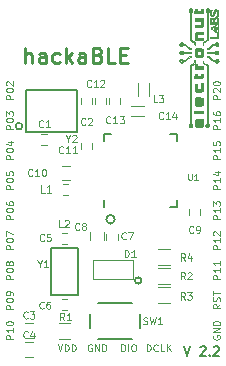
<source format=gto>
G04 #@! TF.FileFunction,Legend,Top*
%FSLAX46Y46*%
G04 Gerber Fmt 4.6, Leading zero omitted, Abs format (unit mm)*
G04 Created by KiCad (PCBNEW 4.0.7) date 09/26/18 10:41:12*
%MOMM*%
%LPD*%
G01*
G04 APERTURE LIST*
%ADD10C,0.100000*%
%ADD11C,0.060000*%
%ADD12C,0.200000*%
%ADD13C,0.250000*%
%ADD14C,0.150000*%
%ADD15C,0.120000*%
%ADD16C,0.080000*%
%ADD17C,0.010000*%
%ADD18C,0.050000*%
G04 APERTURE END LIST*
D10*
D11*
X185183429Y-110583572D02*
X184583429Y-110583572D01*
X184583429Y-110355000D01*
X184612000Y-110297858D01*
X184640571Y-110269286D01*
X184697714Y-110240715D01*
X184783429Y-110240715D01*
X184840571Y-110269286D01*
X184869143Y-110297858D01*
X184897714Y-110355000D01*
X184897714Y-110583572D01*
X184640571Y-110012143D02*
X184612000Y-109983572D01*
X184583429Y-109926429D01*
X184583429Y-109783572D01*
X184612000Y-109726429D01*
X184640571Y-109697858D01*
X184697714Y-109669286D01*
X184754857Y-109669286D01*
X184840571Y-109697858D01*
X185183429Y-110040715D01*
X185183429Y-109669286D01*
X184583429Y-109297857D02*
X184583429Y-109240714D01*
X184612000Y-109183571D01*
X184640571Y-109155000D01*
X184697714Y-109126429D01*
X184812000Y-109097857D01*
X184954857Y-109097857D01*
X185069143Y-109126429D01*
X185126286Y-109155000D01*
X185154857Y-109183571D01*
X185183429Y-109240714D01*
X185183429Y-109297857D01*
X185154857Y-109355000D01*
X185126286Y-109383571D01*
X185069143Y-109412143D01*
X184954857Y-109440714D01*
X184812000Y-109440714D01*
X184697714Y-109412143D01*
X184640571Y-109383571D01*
X184612000Y-109355000D01*
X184583429Y-109297857D01*
X185183429Y-113123572D02*
X184583429Y-113123572D01*
X184583429Y-112895000D01*
X184612000Y-112837858D01*
X184640571Y-112809286D01*
X184697714Y-112780715D01*
X184783429Y-112780715D01*
X184840571Y-112809286D01*
X184869143Y-112837858D01*
X184897714Y-112895000D01*
X184897714Y-113123572D01*
X185183429Y-112209286D02*
X185183429Y-112552143D01*
X185183429Y-112380715D02*
X184583429Y-112380715D01*
X184669143Y-112437858D01*
X184726286Y-112495000D01*
X184754857Y-112552143D01*
X184583429Y-111695000D02*
X184583429Y-111809286D01*
X184612000Y-111866429D01*
X184640571Y-111895000D01*
X184726286Y-111952143D01*
X184840571Y-111980714D01*
X185069143Y-111980714D01*
X185126286Y-111952143D01*
X185154857Y-111923571D01*
X185183429Y-111866429D01*
X185183429Y-111752143D01*
X185154857Y-111695000D01*
X185126286Y-111666429D01*
X185069143Y-111637857D01*
X184926286Y-111637857D01*
X184869143Y-111666429D01*
X184840571Y-111695000D01*
X184812000Y-111752143D01*
X184812000Y-111866429D01*
X184840571Y-111923571D01*
X184869143Y-111952143D01*
X184926286Y-111980714D01*
X185183429Y-115663572D02*
X184583429Y-115663572D01*
X184583429Y-115435000D01*
X184612000Y-115377858D01*
X184640571Y-115349286D01*
X184697714Y-115320715D01*
X184783429Y-115320715D01*
X184840571Y-115349286D01*
X184869143Y-115377858D01*
X184897714Y-115435000D01*
X184897714Y-115663572D01*
X185183429Y-114749286D02*
X185183429Y-115092143D01*
X185183429Y-114920715D02*
X184583429Y-114920715D01*
X184669143Y-114977858D01*
X184726286Y-115035000D01*
X184754857Y-115092143D01*
X184583429Y-114206429D02*
X184583429Y-114492143D01*
X184869143Y-114520714D01*
X184840571Y-114492143D01*
X184812000Y-114435000D01*
X184812000Y-114292143D01*
X184840571Y-114235000D01*
X184869143Y-114206429D01*
X184926286Y-114177857D01*
X185069143Y-114177857D01*
X185126286Y-114206429D01*
X185154857Y-114235000D01*
X185183429Y-114292143D01*
X185183429Y-114435000D01*
X185154857Y-114492143D01*
X185126286Y-114520714D01*
X185183429Y-118203572D02*
X184583429Y-118203572D01*
X184583429Y-117975000D01*
X184612000Y-117917858D01*
X184640571Y-117889286D01*
X184697714Y-117860715D01*
X184783429Y-117860715D01*
X184840571Y-117889286D01*
X184869143Y-117917858D01*
X184897714Y-117975000D01*
X184897714Y-118203572D01*
X185183429Y-117289286D02*
X185183429Y-117632143D01*
X185183429Y-117460715D02*
X184583429Y-117460715D01*
X184669143Y-117517858D01*
X184726286Y-117575000D01*
X184754857Y-117632143D01*
X184783429Y-116775000D02*
X185183429Y-116775000D01*
X184554857Y-116917857D02*
X184983429Y-117060714D01*
X184983429Y-116689286D01*
X185183429Y-120743572D02*
X184583429Y-120743572D01*
X184583429Y-120515000D01*
X184612000Y-120457858D01*
X184640571Y-120429286D01*
X184697714Y-120400715D01*
X184783429Y-120400715D01*
X184840571Y-120429286D01*
X184869143Y-120457858D01*
X184897714Y-120515000D01*
X184897714Y-120743572D01*
X185183429Y-119829286D02*
X185183429Y-120172143D01*
X185183429Y-120000715D02*
X184583429Y-120000715D01*
X184669143Y-120057858D01*
X184726286Y-120115000D01*
X184754857Y-120172143D01*
X184583429Y-119629286D02*
X184583429Y-119257857D01*
X184812000Y-119457857D01*
X184812000Y-119372143D01*
X184840571Y-119315000D01*
X184869143Y-119286429D01*
X184926286Y-119257857D01*
X185069143Y-119257857D01*
X185126286Y-119286429D01*
X185154857Y-119315000D01*
X185183429Y-119372143D01*
X185183429Y-119543571D01*
X185154857Y-119600714D01*
X185126286Y-119629286D01*
X185183429Y-123283572D02*
X184583429Y-123283572D01*
X184583429Y-123055000D01*
X184612000Y-122997858D01*
X184640571Y-122969286D01*
X184697714Y-122940715D01*
X184783429Y-122940715D01*
X184840571Y-122969286D01*
X184869143Y-122997858D01*
X184897714Y-123055000D01*
X184897714Y-123283572D01*
X185183429Y-122369286D02*
X185183429Y-122712143D01*
X185183429Y-122540715D02*
X184583429Y-122540715D01*
X184669143Y-122597858D01*
X184726286Y-122655000D01*
X184754857Y-122712143D01*
X184640571Y-122140714D02*
X184612000Y-122112143D01*
X184583429Y-122055000D01*
X184583429Y-121912143D01*
X184612000Y-121855000D01*
X184640571Y-121826429D01*
X184697714Y-121797857D01*
X184754857Y-121797857D01*
X184840571Y-121826429D01*
X185183429Y-122169286D01*
X185183429Y-121797857D01*
X185183429Y-125823572D02*
X184583429Y-125823572D01*
X184583429Y-125595000D01*
X184612000Y-125537858D01*
X184640571Y-125509286D01*
X184697714Y-125480715D01*
X184783429Y-125480715D01*
X184840571Y-125509286D01*
X184869143Y-125537858D01*
X184897714Y-125595000D01*
X184897714Y-125823572D01*
X185183429Y-124909286D02*
X185183429Y-125252143D01*
X185183429Y-125080715D02*
X184583429Y-125080715D01*
X184669143Y-125137858D01*
X184726286Y-125195000D01*
X184754857Y-125252143D01*
X185183429Y-124337857D02*
X185183429Y-124680714D01*
X185183429Y-124509286D02*
X184583429Y-124509286D01*
X184669143Y-124566429D01*
X184726286Y-124623571D01*
X184754857Y-124680714D01*
X185183429Y-127963572D02*
X184897714Y-128163572D01*
X185183429Y-128306429D02*
X184583429Y-128306429D01*
X184583429Y-128077857D01*
X184612000Y-128020715D01*
X184640571Y-127992143D01*
X184697714Y-127963572D01*
X184783429Y-127963572D01*
X184840571Y-127992143D01*
X184869143Y-128020715D01*
X184897714Y-128077857D01*
X184897714Y-128306429D01*
X185154857Y-127735000D02*
X185183429Y-127649286D01*
X185183429Y-127506429D01*
X185154857Y-127449286D01*
X185126286Y-127420715D01*
X185069143Y-127392143D01*
X185012000Y-127392143D01*
X184954857Y-127420715D01*
X184926286Y-127449286D01*
X184897714Y-127506429D01*
X184869143Y-127620715D01*
X184840571Y-127677857D01*
X184812000Y-127706429D01*
X184754857Y-127735000D01*
X184697714Y-127735000D01*
X184640571Y-127706429D01*
X184612000Y-127677857D01*
X184583429Y-127620715D01*
X184583429Y-127477857D01*
X184612000Y-127392143D01*
X184583429Y-127220714D02*
X184583429Y-126877857D01*
X185183429Y-127049286D02*
X184583429Y-127049286D01*
X184612000Y-130632142D02*
X184583429Y-130689285D01*
X184583429Y-130774999D01*
X184612000Y-130860714D01*
X184669143Y-130917856D01*
X184726286Y-130946428D01*
X184840571Y-130974999D01*
X184926286Y-130974999D01*
X185040571Y-130946428D01*
X185097714Y-130917856D01*
X185154857Y-130860714D01*
X185183429Y-130774999D01*
X185183429Y-130717856D01*
X185154857Y-130632142D01*
X185126286Y-130603571D01*
X184926286Y-130603571D01*
X184926286Y-130717856D01*
X185183429Y-130346428D02*
X184583429Y-130346428D01*
X185183429Y-130003571D01*
X184583429Y-130003571D01*
X185183429Y-129717857D02*
X184583429Y-129717857D01*
X184583429Y-129575000D01*
X184612000Y-129489285D01*
X184669143Y-129432143D01*
X184726286Y-129403571D01*
X184840571Y-129375000D01*
X184926286Y-129375000D01*
X185040571Y-129403571D01*
X185097714Y-129432143D01*
X185154857Y-129489285D01*
X185183429Y-129575000D01*
X185183429Y-129717857D01*
D12*
X168431981Y-112903000D02*
G75*
G03X168431981Y-112903000I-283981J0D01*
G01*
D11*
X167657429Y-110583572D02*
X167057429Y-110583572D01*
X167057429Y-110355000D01*
X167086000Y-110297858D01*
X167114571Y-110269286D01*
X167171714Y-110240715D01*
X167257429Y-110240715D01*
X167314571Y-110269286D01*
X167343143Y-110297858D01*
X167371714Y-110355000D01*
X167371714Y-110583572D01*
X167057429Y-109869286D02*
X167057429Y-109812143D01*
X167086000Y-109755000D01*
X167114571Y-109726429D01*
X167171714Y-109697858D01*
X167286000Y-109669286D01*
X167428857Y-109669286D01*
X167543143Y-109697858D01*
X167600286Y-109726429D01*
X167628857Y-109755000D01*
X167657429Y-109812143D01*
X167657429Y-109869286D01*
X167628857Y-109926429D01*
X167600286Y-109955000D01*
X167543143Y-109983572D01*
X167428857Y-110012143D01*
X167286000Y-110012143D01*
X167171714Y-109983572D01*
X167114571Y-109955000D01*
X167086000Y-109926429D01*
X167057429Y-109869286D01*
X167114571Y-109440714D02*
X167086000Y-109412143D01*
X167057429Y-109355000D01*
X167057429Y-109212143D01*
X167086000Y-109155000D01*
X167114571Y-109126429D01*
X167171714Y-109097857D01*
X167228857Y-109097857D01*
X167314571Y-109126429D01*
X167657429Y-109469286D01*
X167657429Y-109097857D01*
X167657429Y-113123572D02*
X167057429Y-113123572D01*
X167057429Y-112895000D01*
X167086000Y-112837858D01*
X167114571Y-112809286D01*
X167171714Y-112780715D01*
X167257429Y-112780715D01*
X167314571Y-112809286D01*
X167343143Y-112837858D01*
X167371714Y-112895000D01*
X167371714Y-113123572D01*
X167057429Y-112409286D02*
X167057429Y-112352143D01*
X167086000Y-112295000D01*
X167114571Y-112266429D01*
X167171714Y-112237858D01*
X167286000Y-112209286D01*
X167428857Y-112209286D01*
X167543143Y-112237858D01*
X167600286Y-112266429D01*
X167628857Y-112295000D01*
X167657429Y-112352143D01*
X167657429Y-112409286D01*
X167628857Y-112466429D01*
X167600286Y-112495000D01*
X167543143Y-112523572D01*
X167428857Y-112552143D01*
X167286000Y-112552143D01*
X167171714Y-112523572D01*
X167114571Y-112495000D01*
X167086000Y-112466429D01*
X167057429Y-112409286D01*
X167057429Y-112009286D02*
X167057429Y-111637857D01*
X167286000Y-111837857D01*
X167286000Y-111752143D01*
X167314571Y-111695000D01*
X167343143Y-111666429D01*
X167400286Y-111637857D01*
X167543143Y-111637857D01*
X167600286Y-111666429D01*
X167628857Y-111695000D01*
X167657429Y-111752143D01*
X167657429Y-111923571D01*
X167628857Y-111980714D01*
X167600286Y-112009286D01*
X167657429Y-115663572D02*
X167057429Y-115663572D01*
X167057429Y-115435000D01*
X167086000Y-115377858D01*
X167114571Y-115349286D01*
X167171714Y-115320715D01*
X167257429Y-115320715D01*
X167314571Y-115349286D01*
X167343143Y-115377858D01*
X167371714Y-115435000D01*
X167371714Y-115663572D01*
X167057429Y-114949286D02*
X167057429Y-114892143D01*
X167086000Y-114835000D01*
X167114571Y-114806429D01*
X167171714Y-114777858D01*
X167286000Y-114749286D01*
X167428857Y-114749286D01*
X167543143Y-114777858D01*
X167600286Y-114806429D01*
X167628857Y-114835000D01*
X167657429Y-114892143D01*
X167657429Y-114949286D01*
X167628857Y-115006429D01*
X167600286Y-115035000D01*
X167543143Y-115063572D01*
X167428857Y-115092143D01*
X167286000Y-115092143D01*
X167171714Y-115063572D01*
X167114571Y-115035000D01*
X167086000Y-115006429D01*
X167057429Y-114949286D01*
X167257429Y-114235000D02*
X167657429Y-114235000D01*
X167028857Y-114377857D02*
X167457429Y-114520714D01*
X167457429Y-114149286D01*
X167657429Y-118203572D02*
X167057429Y-118203572D01*
X167057429Y-117975000D01*
X167086000Y-117917858D01*
X167114571Y-117889286D01*
X167171714Y-117860715D01*
X167257429Y-117860715D01*
X167314571Y-117889286D01*
X167343143Y-117917858D01*
X167371714Y-117975000D01*
X167371714Y-118203572D01*
X167057429Y-117489286D02*
X167057429Y-117432143D01*
X167086000Y-117375000D01*
X167114571Y-117346429D01*
X167171714Y-117317858D01*
X167286000Y-117289286D01*
X167428857Y-117289286D01*
X167543143Y-117317858D01*
X167600286Y-117346429D01*
X167628857Y-117375000D01*
X167657429Y-117432143D01*
X167657429Y-117489286D01*
X167628857Y-117546429D01*
X167600286Y-117575000D01*
X167543143Y-117603572D01*
X167428857Y-117632143D01*
X167286000Y-117632143D01*
X167171714Y-117603572D01*
X167114571Y-117575000D01*
X167086000Y-117546429D01*
X167057429Y-117489286D01*
X167057429Y-116746429D02*
X167057429Y-117032143D01*
X167343143Y-117060714D01*
X167314571Y-117032143D01*
X167286000Y-116975000D01*
X167286000Y-116832143D01*
X167314571Y-116775000D01*
X167343143Y-116746429D01*
X167400286Y-116717857D01*
X167543143Y-116717857D01*
X167600286Y-116746429D01*
X167628857Y-116775000D01*
X167657429Y-116832143D01*
X167657429Y-116975000D01*
X167628857Y-117032143D01*
X167600286Y-117060714D01*
X167657429Y-120743572D02*
X167057429Y-120743572D01*
X167057429Y-120515000D01*
X167086000Y-120457858D01*
X167114571Y-120429286D01*
X167171714Y-120400715D01*
X167257429Y-120400715D01*
X167314571Y-120429286D01*
X167343143Y-120457858D01*
X167371714Y-120515000D01*
X167371714Y-120743572D01*
X167057429Y-120029286D02*
X167057429Y-119972143D01*
X167086000Y-119915000D01*
X167114571Y-119886429D01*
X167171714Y-119857858D01*
X167286000Y-119829286D01*
X167428857Y-119829286D01*
X167543143Y-119857858D01*
X167600286Y-119886429D01*
X167628857Y-119915000D01*
X167657429Y-119972143D01*
X167657429Y-120029286D01*
X167628857Y-120086429D01*
X167600286Y-120115000D01*
X167543143Y-120143572D01*
X167428857Y-120172143D01*
X167286000Y-120172143D01*
X167171714Y-120143572D01*
X167114571Y-120115000D01*
X167086000Y-120086429D01*
X167057429Y-120029286D01*
X167057429Y-119315000D02*
X167057429Y-119429286D01*
X167086000Y-119486429D01*
X167114571Y-119515000D01*
X167200286Y-119572143D01*
X167314571Y-119600714D01*
X167543143Y-119600714D01*
X167600286Y-119572143D01*
X167628857Y-119543571D01*
X167657429Y-119486429D01*
X167657429Y-119372143D01*
X167628857Y-119315000D01*
X167600286Y-119286429D01*
X167543143Y-119257857D01*
X167400286Y-119257857D01*
X167343143Y-119286429D01*
X167314571Y-119315000D01*
X167286000Y-119372143D01*
X167286000Y-119486429D01*
X167314571Y-119543571D01*
X167343143Y-119572143D01*
X167400286Y-119600714D01*
X167657429Y-123283572D02*
X167057429Y-123283572D01*
X167057429Y-123055000D01*
X167086000Y-122997858D01*
X167114571Y-122969286D01*
X167171714Y-122940715D01*
X167257429Y-122940715D01*
X167314571Y-122969286D01*
X167343143Y-122997858D01*
X167371714Y-123055000D01*
X167371714Y-123283572D01*
X167057429Y-122569286D02*
X167057429Y-122512143D01*
X167086000Y-122455000D01*
X167114571Y-122426429D01*
X167171714Y-122397858D01*
X167286000Y-122369286D01*
X167428857Y-122369286D01*
X167543143Y-122397858D01*
X167600286Y-122426429D01*
X167628857Y-122455000D01*
X167657429Y-122512143D01*
X167657429Y-122569286D01*
X167628857Y-122626429D01*
X167600286Y-122655000D01*
X167543143Y-122683572D01*
X167428857Y-122712143D01*
X167286000Y-122712143D01*
X167171714Y-122683572D01*
X167114571Y-122655000D01*
X167086000Y-122626429D01*
X167057429Y-122569286D01*
X167057429Y-122169286D02*
X167057429Y-121769286D01*
X167657429Y-122026429D01*
X167657429Y-125823572D02*
X167057429Y-125823572D01*
X167057429Y-125595000D01*
X167086000Y-125537858D01*
X167114571Y-125509286D01*
X167171714Y-125480715D01*
X167257429Y-125480715D01*
X167314571Y-125509286D01*
X167343143Y-125537858D01*
X167371714Y-125595000D01*
X167371714Y-125823572D01*
X167057429Y-125109286D02*
X167057429Y-125052143D01*
X167086000Y-124995000D01*
X167114571Y-124966429D01*
X167171714Y-124937858D01*
X167286000Y-124909286D01*
X167428857Y-124909286D01*
X167543143Y-124937858D01*
X167600286Y-124966429D01*
X167628857Y-124995000D01*
X167657429Y-125052143D01*
X167657429Y-125109286D01*
X167628857Y-125166429D01*
X167600286Y-125195000D01*
X167543143Y-125223572D01*
X167428857Y-125252143D01*
X167286000Y-125252143D01*
X167171714Y-125223572D01*
X167114571Y-125195000D01*
X167086000Y-125166429D01*
X167057429Y-125109286D01*
X167314571Y-124566429D02*
X167286000Y-124623571D01*
X167257429Y-124652143D01*
X167200286Y-124680714D01*
X167171714Y-124680714D01*
X167114571Y-124652143D01*
X167086000Y-124623571D01*
X167057429Y-124566429D01*
X167057429Y-124452143D01*
X167086000Y-124395000D01*
X167114571Y-124366429D01*
X167171714Y-124337857D01*
X167200286Y-124337857D01*
X167257429Y-124366429D01*
X167286000Y-124395000D01*
X167314571Y-124452143D01*
X167314571Y-124566429D01*
X167343143Y-124623571D01*
X167371714Y-124652143D01*
X167428857Y-124680714D01*
X167543143Y-124680714D01*
X167600286Y-124652143D01*
X167628857Y-124623571D01*
X167657429Y-124566429D01*
X167657429Y-124452143D01*
X167628857Y-124395000D01*
X167600286Y-124366429D01*
X167543143Y-124337857D01*
X167428857Y-124337857D01*
X167371714Y-124366429D01*
X167343143Y-124395000D01*
X167314571Y-124452143D01*
X167657429Y-128363572D02*
X167057429Y-128363572D01*
X167057429Y-128135000D01*
X167086000Y-128077858D01*
X167114571Y-128049286D01*
X167171714Y-128020715D01*
X167257429Y-128020715D01*
X167314571Y-128049286D01*
X167343143Y-128077858D01*
X167371714Y-128135000D01*
X167371714Y-128363572D01*
X167057429Y-127649286D02*
X167057429Y-127592143D01*
X167086000Y-127535000D01*
X167114571Y-127506429D01*
X167171714Y-127477858D01*
X167286000Y-127449286D01*
X167428857Y-127449286D01*
X167543143Y-127477858D01*
X167600286Y-127506429D01*
X167628857Y-127535000D01*
X167657429Y-127592143D01*
X167657429Y-127649286D01*
X167628857Y-127706429D01*
X167600286Y-127735000D01*
X167543143Y-127763572D01*
X167428857Y-127792143D01*
X167286000Y-127792143D01*
X167171714Y-127763572D01*
X167114571Y-127735000D01*
X167086000Y-127706429D01*
X167057429Y-127649286D01*
X167657429Y-127163571D02*
X167657429Y-127049286D01*
X167628857Y-126992143D01*
X167600286Y-126963571D01*
X167514571Y-126906429D01*
X167400286Y-126877857D01*
X167171714Y-126877857D01*
X167114571Y-126906429D01*
X167086000Y-126935000D01*
X167057429Y-126992143D01*
X167057429Y-127106429D01*
X167086000Y-127163571D01*
X167114571Y-127192143D01*
X167171714Y-127220714D01*
X167314571Y-127220714D01*
X167371714Y-127192143D01*
X167400286Y-127163571D01*
X167428857Y-127106429D01*
X167428857Y-126992143D01*
X167400286Y-126935000D01*
X167371714Y-126906429D01*
X167314571Y-126877857D01*
X167657429Y-130903572D02*
X167057429Y-130903572D01*
X167057429Y-130675000D01*
X167086000Y-130617858D01*
X167114571Y-130589286D01*
X167171714Y-130560715D01*
X167257429Y-130560715D01*
X167314571Y-130589286D01*
X167343143Y-130617858D01*
X167371714Y-130675000D01*
X167371714Y-130903572D01*
X167657429Y-129989286D02*
X167657429Y-130332143D01*
X167657429Y-130160715D02*
X167057429Y-130160715D01*
X167143143Y-130217858D01*
X167200286Y-130275000D01*
X167228857Y-130332143D01*
X167057429Y-129617857D02*
X167057429Y-129560714D01*
X167086000Y-129503571D01*
X167114571Y-129475000D01*
X167171714Y-129446429D01*
X167286000Y-129417857D01*
X167428857Y-129417857D01*
X167543143Y-129446429D01*
X167600286Y-129475000D01*
X167628857Y-129503571D01*
X167657429Y-129560714D01*
X167657429Y-129617857D01*
X167628857Y-129675000D01*
X167600286Y-129703571D01*
X167543143Y-129732143D01*
X167428857Y-129760714D01*
X167286000Y-129760714D01*
X167171714Y-129732143D01*
X167114571Y-129703571D01*
X167086000Y-129675000D01*
X167057429Y-129617857D01*
D12*
X176254210Y-120777000D02*
G75*
G03X176254210Y-120777000I-359210J0D01*
G01*
X178511260Y-125961140D02*
G75*
G03X178511260Y-125961140I-269300J0D01*
G01*
D13*
X168697020Y-107547495D02*
X168697020Y-106247495D01*
X169254163Y-107547495D02*
X169254163Y-106866543D01*
X169192258Y-106742733D01*
X169068448Y-106680829D01*
X168882734Y-106680829D01*
X168758925Y-106742733D01*
X168697020Y-106804638D01*
X170430353Y-107547495D02*
X170430353Y-106866543D01*
X170368448Y-106742733D01*
X170244638Y-106680829D01*
X169997019Y-106680829D01*
X169873210Y-106742733D01*
X170430353Y-107485590D02*
X170306543Y-107547495D01*
X169997019Y-107547495D01*
X169873210Y-107485590D01*
X169811305Y-107361781D01*
X169811305Y-107237971D01*
X169873210Y-107114162D01*
X169997019Y-107052257D01*
X170306543Y-107052257D01*
X170430353Y-106990352D01*
X171606543Y-107485590D02*
X171482733Y-107547495D01*
X171235114Y-107547495D01*
X171111305Y-107485590D01*
X171049400Y-107423686D01*
X170987495Y-107299876D01*
X170987495Y-106928448D01*
X171049400Y-106804638D01*
X171111305Y-106742733D01*
X171235114Y-106680829D01*
X171482733Y-106680829D01*
X171606543Y-106742733D01*
X172163686Y-107547495D02*
X172163686Y-106247495D01*
X172287495Y-107052257D02*
X172658924Y-107547495D01*
X172658924Y-106680829D02*
X172163686Y-107176067D01*
X173773210Y-107547495D02*
X173773210Y-106866543D01*
X173711305Y-106742733D01*
X173587495Y-106680829D01*
X173339876Y-106680829D01*
X173216067Y-106742733D01*
X173773210Y-107485590D02*
X173649400Y-107547495D01*
X173339876Y-107547495D01*
X173216067Y-107485590D01*
X173154162Y-107361781D01*
X173154162Y-107237971D01*
X173216067Y-107114162D01*
X173339876Y-107052257D01*
X173649400Y-107052257D01*
X173773210Y-106990352D01*
X174825590Y-106866543D02*
X175011304Y-106928448D01*
X175073209Y-106990352D01*
X175135114Y-107114162D01*
X175135114Y-107299876D01*
X175073209Y-107423686D01*
X175011304Y-107485590D01*
X174887495Y-107547495D01*
X174392257Y-107547495D01*
X174392257Y-106247495D01*
X174825590Y-106247495D01*
X174949400Y-106309400D01*
X175011304Y-106371305D01*
X175073209Y-106495114D01*
X175073209Y-106618924D01*
X175011304Y-106742733D01*
X174949400Y-106804638D01*
X174825590Y-106866543D01*
X174392257Y-106866543D01*
X176311304Y-107547495D02*
X175692257Y-107547495D01*
X175692257Y-106247495D01*
X176744638Y-106866543D02*
X177177971Y-106866543D01*
X177363685Y-107547495D02*
X176744638Y-107547495D01*
X176744638Y-106247495D01*
X177363685Y-106247495D01*
D11*
X178959000Y-131970429D02*
X178959000Y-131370429D01*
X179101857Y-131370429D01*
X179187572Y-131399000D01*
X179244714Y-131456143D01*
X179273286Y-131513286D01*
X179301857Y-131627571D01*
X179301857Y-131713286D01*
X179273286Y-131827571D01*
X179244714Y-131884714D01*
X179187572Y-131941857D01*
X179101857Y-131970429D01*
X178959000Y-131970429D01*
X179901857Y-131913286D02*
X179873286Y-131941857D01*
X179787572Y-131970429D01*
X179730429Y-131970429D01*
X179644714Y-131941857D01*
X179587572Y-131884714D01*
X179559000Y-131827571D01*
X179530429Y-131713286D01*
X179530429Y-131627571D01*
X179559000Y-131513286D01*
X179587572Y-131456143D01*
X179644714Y-131399000D01*
X179730429Y-131370429D01*
X179787572Y-131370429D01*
X179873286Y-131399000D01*
X179901857Y-131427571D01*
X180444714Y-131970429D02*
X180159000Y-131970429D01*
X180159000Y-131370429D01*
X180644714Y-131970429D02*
X180644714Y-131370429D01*
X180987571Y-131970429D02*
X180730428Y-131627571D01*
X180987571Y-131370429D02*
X180644714Y-131713286D01*
X176804715Y-131970429D02*
X176804715Y-131370429D01*
X176947572Y-131370429D01*
X177033287Y-131399000D01*
X177090429Y-131456143D01*
X177119001Y-131513286D01*
X177147572Y-131627571D01*
X177147572Y-131713286D01*
X177119001Y-131827571D01*
X177090429Y-131884714D01*
X177033287Y-131941857D01*
X176947572Y-131970429D01*
X176804715Y-131970429D01*
X177404715Y-131970429D02*
X177404715Y-131370429D01*
X177804715Y-131370429D02*
X177919001Y-131370429D01*
X177976143Y-131399000D01*
X178033286Y-131456143D01*
X178061858Y-131570429D01*
X178061858Y-131770429D01*
X178033286Y-131884714D01*
X177976143Y-131941857D01*
X177919001Y-131970429D01*
X177804715Y-131970429D01*
X177747572Y-131941857D01*
X177690429Y-131884714D01*
X177661858Y-131770429D01*
X177661858Y-131570429D01*
X177690429Y-131456143D01*
X177747572Y-131399000D01*
X177804715Y-131370429D01*
X174294858Y-131399000D02*
X174237715Y-131370429D01*
X174152001Y-131370429D01*
X174066286Y-131399000D01*
X174009144Y-131456143D01*
X173980572Y-131513286D01*
X173952001Y-131627571D01*
X173952001Y-131713286D01*
X173980572Y-131827571D01*
X174009144Y-131884714D01*
X174066286Y-131941857D01*
X174152001Y-131970429D01*
X174209144Y-131970429D01*
X174294858Y-131941857D01*
X174323429Y-131913286D01*
X174323429Y-131713286D01*
X174209144Y-131713286D01*
X174580572Y-131970429D02*
X174580572Y-131370429D01*
X174923429Y-131970429D01*
X174923429Y-131370429D01*
X175209143Y-131970429D02*
X175209143Y-131370429D01*
X175352000Y-131370429D01*
X175437715Y-131399000D01*
X175494857Y-131456143D01*
X175523429Y-131513286D01*
X175552000Y-131627571D01*
X175552000Y-131713286D01*
X175523429Y-131827571D01*
X175494857Y-131884714D01*
X175437715Y-131941857D01*
X175352000Y-131970429D01*
X175209143Y-131970429D01*
X171412000Y-131370429D02*
X171612000Y-131970429D01*
X171812000Y-131370429D01*
X172012000Y-131970429D02*
X172012000Y-131370429D01*
X172154857Y-131370429D01*
X172240572Y-131399000D01*
X172297714Y-131456143D01*
X172326286Y-131513286D01*
X172354857Y-131627571D01*
X172354857Y-131713286D01*
X172326286Y-131827571D01*
X172297714Y-131884714D01*
X172240572Y-131941857D01*
X172154857Y-131970429D01*
X172012000Y-131970429D01*
X172612000Y-131970429D02*
X172612000Y-131370429D01*
X172754857Y-131370429D01*
X172840572Y-131399000D01*
X172897714Y-131456143D01*
X172926286Y-131513286D01*
X172954857Y-131627571D01*
X172954857Y-131713286D01*
X172926286Y-131827571D01*
X172897714Y-131884714D01*
X172840572Y-131941857D01*
X172754857Y-131970429D01*
X172612000Y-131970429D01*
D14*
X182118190Y-131514905D02*
X182384857Y-132314905D01*
X182651524Y-131514905D01*
X183489619Y-131591095D02*
X183527714Y-131553000D01*
X183603905Y-131514905D01*
X183794381Y-131514905D01*
X183870571Y-131553000D01*
X183908667Y-131591095D01*
X183946762Y-131667286D01*
X183946762Y-131743476D01*
X183908667Y-131857762D01*
X183451524Y-132314905D01*
X183946762Y-132314905D01*
X184289619Y-132238714D02*
X184327714Y-132276810D01*
X184289619Y-132314905D01*
X184251524Y-132276810D01*
X184289619Y-132238714D01*
X184289619Y-132314905D01*
X184632476Y-131591095D02*
X184670571Y-131553000D01*
X184746762Y-131514905D01*
X184937238Y-131514905D01*
X185013428Y-131553000D01*
X185051524Y-131591095D01*
X185089619Y-131667286D01*
X185089619Y-131743476D01*
X185051524Y-131857762D01*
X184594381Y-132314905D01*
X185089619Y-132314905D01*
D15*
X180900000Y-126280000D02*
X179900000Y-126280000D01*
X179900000Y-124920000D02*
X180900000Y-124920000D01*
D14*
X173125000Y-127175000D02*
X173125000Y-123225000D01*
X170825000Y-127175000D02*
X173125000Y-127175000D01*
X170825000Y-123225000D02*
X173125000Y-123225000D01*
X170825000Y-123225000D02*
X170825000Y-127175000D01*
D15*
X169350000Y-130800000D02*
X168650000Y-130800000D01*
X168650000Y-129600000D02*
X169350000Y-129600000D01*
X168650000Y-131200000D02*
X169350000Y-131200000D01*
X169350000Y-132400000D02*
X168650000Y-132400000D01*
X172250000Y-121930000D02*
X171750000Y-121930000D01*
X171750000Y-122870000D02*
X172250000Y-122870000D01*
X171750000Y-128470000D02*
X172250000Y-128470000D01*
X172250000Y-127530000D02*
X171750000Y-127530000D01*
X176492000Y-122551000D02*
X176492000Y-122051000D01*
X175552000Y-122051000D02*
X175552000Y-122551000D01*
X175352000Y-121824000D02*
X175352000Y-122524000D01*
X174152000Y-122524000D02*
X174152000Y-121824000D01*
X182549000Y-119892000D02*
X182549000Y-120392000D01*
X183489000Y-120392000D02*
X183489000Y-119892000D01*
X172450000Y-117440000D02*
X171750000Y-117440000D01*
X171750000Y-116240000D02*
X172450000Y-116240000D01*
X173405000Y-114304000D02*
X173405000Y-114804000D01*
X174345000Y-114804000D02*
X174345000Y-114304000D01*
X175520000Y-111050000D02*
X175520000Y-110550000D01*
X174580000Y-110550000D02*
X174580000Y-111050000D01*
X176720000Y-111050000D02*
X176720000Y-110550000D01*
X175780000Y-110550000D02*
X175780000Y-111050000D01*
D16*
X177834000Y-124250000D02*
X174434000Y-124250000D01*
X177834000Y-125850000D02*
X177834000Y-124250000D01*
X174434000Y-124250000D02*
X174434000Y-125850000D01*
X174434000Y-125850000D02*
X177834000Y-125850000D01*
D15*
X172335000Y-117767000D02*
X171835000Y-117767000D01*
X171835000Y-118707000D02*
X172335000Y-118707000D01*
X172500000Y-130880000D02*
X171500000Y-130880000D01*
X171500000Y-129520000D02*
X172500000Y-129520000D01*
X180900000Y-127880000D02*
X179900000Y-127880000D01*
X179900000Y-126520000D02*
X180900000Y-126520000D01*
X180900000Y-124680000D02*
X179900000Y-124680000D01*
X179900000Y-123320000D02*
X180900000Y-123320000D01*
D14*
X168724000Y-109820000D02*
X173042000Y-109820000D01*
X173042000Y-109820000D02*
X173042000Y-113376000D01*
X173042000Y-113376000D02*
X168724000Y-113376000D01*
X168724000Y-113376000D02*
X168724000Y-109820000D01*
D16*
X179151000Y-110332000D02*
X179151000Y-109232000D01*
X178251000Y-110332000D02*
X178251000Y-109232000D01*
X177601000Y-112048000D02*
X178701000Y-112048000D01*
X177601000Y-111148000D02*
X178701000Y-111148000D01*
D17*
G36*
X184220319Y-106963634D02*
X184393568Y-107141434D01*
X184566816Y-107319234D01*
X184740679Y-107319234D01*
X184748109Y-107298314D01*
X184758105Y-107278707D01*
X184773606Y-107258145D01*
X184792382Y-107239111D01*
X184812202Y-107224093D01*
X184817430Y-107221056D01*
X184850109Y-107207884D01*
X184883379Y-107202569D01*
X184916161Y-107204669D01*
X184947377Y-107213742D01*
X184975946Y-107229346D01*
X185000790Y-107251037D01*
X185020829Y-107278374D01*
X185034747Y-107310155D01*
X185040698Y-107337185D01*
X185042657Y-107365714D01*
X185040426Y-107391870D01*
X185039199Y-107397550D01*
X185027158Y-107429796D01*
X185008701Y-107458234D01*
X184984984Y-107482031D01*
X184957164Y-107500356D01*
X184926398Y-107512375D01*
X184896857Y-107516804D01*
X184896857Y-107437253D01*
X184918308Y-107431804D01*
X184937892Y-107420072D01*
X184954199Y-107402139D01*
X184962734Y-107386353D01*
X184966158Y-107369694D01*
X184965042Y-107349605D01*
X184959865Y-107329475D01*
X184952668Y-107314923D01*
X184936718Y-107297618D01*
X184917169Y-107286726D01*
X184895637Y-107282076D01*
X184873736Y-107283498D01*
X184853083Y-107290820D01*
X184835292Y-107303873D01*
X184821980Y-107322485D01*
X184819136Y-107329034D01*
X184815685Y-107344496D01*
X184814836Y-107363077D01*
X184816505Y-107381026D01*
X184820605Y-107394586D01*
X184835414Y-107415086D01*
X184854000Y-107428976D01*
X184874951Y-107436338D01*
X184896857Y-107437253D01*
X184896857Y-107516804D01*
X184893841Y-107517257D01*
X184874054Y-107516429D01*
X184844344Y-107509442D01*
X184815777Y-107496231D01*
X184789881Y-107478037D01*
X184768181Y-107456100D01*
X184752205Y-107431659D01*
X184744614Y-107411309D01*
X184741749Y-107399667D01*
X184536458Y-107399667D01*
X184361221Y-107219835D01*
X184185983Y-107040003D01*
X184108725Y-107039918D01*
X184031467Y-107039834D01*
X184031467Y-106963634D01*
X184220319Y-106963634D01*
X184220319Y-106963634D01*
G37*
X184220319Y-106963634D02*
X184393568Y-107141434D01*
X184566816Y-107319234D01*
X184740679Y-107319234D01*
X184748109Y-107298314D01*
X184758105Y-107278707D01*
X184773606Y-107258145D01*
X184792382Y-107239111D01*
X184812202Y-107224093D01*
X184817430Y-107221056D01*
X184850109Y-107207884D01*
X184883379Y-107202569D01*
X184916161Y-107204669D01*
X184947377Y-107213742D01*
X184975946Y-107229346D01*
X185000790Y-107251037D01*
X185020829Y-107278374D01*
X185034747Y-107310155D01*
X185040698Y-107337185D01*
X185042657Y-107365714D01*
X185040426Y-107391870D01*
X185039199Y-107397550D01*
X185027158Y-107429796D01*
X185008701Y-107458234D01*
X184984984Y-107482031D01*
X184957164Y-107500356D01*
X184926398Y-107512375D01*
X184896857Y-107516804D01*
X184896857Y-107437253D01*
X184918308Y-107431804D01*
X184937892Y-107420072D01*
X184954199Y-107402139D01*
X184962734Y-107386353D01*
X184966158Y-107369694D01*
X184965042Y-107349605D01*
X184959865Y-107329475D01*
X184952668Y-107314923D01*
X184936718Y-107297618D01*
X184917169Y-107286726D01*
X184895637Y-107282076D01*
X184873736Y-107283498D01*
X184853083Y-107290820D01*
X184835292Y-107303873D01*
X184821980Y-107322485D01*
X184819136Y-107329034D01*
X184815685Y-107344496D01*
X184814836Y-107363077D01*
X184816505Y-107381026D01*
X184820605Y-107394586D01*
X184835414Y-107415086D01*
X184854000Y-107428976D01*
X184874951Y-107436338D01*
X184896857Y-107437253D01*
X184896857Y-107516804D01*
X184893841Y-107517257D01*
X184874054Y-107516429D01*
X184844344Y-107509442D01*
X184815777Y-107496231D01*
X184789881Y-107478037D01*
X184768181Y-107456100D01*
X184752205Y-107431659D01*
X184744614Y-107411309D01*
X184741749Y-107399667D01*
X184536458Y-107399667D01*
X184361221Y-107219835D01*
X184185983Y-107040003D01*
X184108725Y-107039918D01*
X184031467Y-107039834D01*
X184031467Y-106963634D01*
X184220319Y-106963634D01*
G36*
X184385083Y-106616500D02*
X184448097Y-106616493D01*
X184503181Y-106616462D01*
X184550869Y-106616398D01*
X184591697Y-106616288D01*
X184626202Y-106616122D01*
X184654917Y-106615889D01*
X184678380Y-106615577D01*
X184697125Y-106615175D01*
X184711689Y-106614672D01*
X184722606Y-106614058D01*
X184730413Y-106613320D01*
X184735645Y-106612448D01*
X184738838Y-106611431D01*
X184740527Y-106610257D01*
X184741193Y-106609092D01*
X184756843Y-106574681D01*
X184778582Y-106545887D01*
X184806038Y-106523148D01*
X184822175Y-106513998D01*
X184836914Y-106507151D01*
X184849049Y-106503000D01*
X184861743Y-106500886D01*
X184878156Y-106500145D01*
X184888717Y-106500084D01*
X184908170Y-106500386D01*
X184922326Y-106501734D01*
X184934344Y-106504786D01*
X184947382Y-106510203D01*
X184955205Y-106513972D01*
X184984301Y-106532482D01*
X185008507Y-106556409D01*
X185026383Y-106584220D01*
X185030837Y-106594480D01*
X185037629Y-106618881D01*
X185041230Y-106646298D01*
X185041411Y-106673273D01*
X185037941Y-106696344D01*
X185037696Y-106697233D01*
X185025171Y-106727575D01*
X185006090Y-106755802D01*
X184982134Y-106779927D01*
X184954984Y-106797960D01*
X184950844Y-106799969D01*
X184939321Y-106804501D01*
X184927003Y-106807283D01*
X184911382Y-106808683D01*
X184892510Y-106809022D01*
X184892510Y-106733536D01*
X184914723Y-106728800D01*
X184934876Y-106717332D01*
X184951486Y-106699594D01*
X184959032Y-106686350D01*
X184965377Y-106668427D01*
X184966371Y-106651436D01*
X184962614Y-106632507D01*
X184952501Y-106610095D01*
X184937037Y-106593028D01*
X184917741Y-106581704D01*
X184896135Y-106576524D01*
X184873738Y-106577886D01*
X184852072Y-106586190D01*
X184835302Y-106599069D01*
X184820407Y-106619380D01*
X184812870Y-106642007D01*
X184812530Y-106665378D01*
X184819224Y-106687920D01*
X184832791Y-106708059D01*
X184847852Y-106720962D01*
X184869725Y-106731078D01*
X184892510Y-106733536D01*
X184892510Y-106809022D01*
X184889949Y-106809069D01*
X184888717Y-106809068D01*
X184867726Y-106808743D01*
X184852623Y-106807544D01*
X184840842Y-106805050D01*
X184829815Y-106800843D01*
X184825217Y-106798672D01*
X184803419Y-106785070D01*
X184782335Y-106766727D01*
X184764137Y-106745914D01*
X184750996Y-106724900D01*
X184748045Y-106718054D01*
X184739377Y-106694817D01*
X184385422Y-106693735D01*
X184031467Y-106692652D01*
X184031467Y-106616500D01*
X184385083Y-106616500D01*
X184385083Y-106616500D01*
G37*
X184385083Y-106616500D02*
X184448097Y-106616493D01*
X184503181Y-106616462D01*
X184550869Y-106616398D01*
X184591697Y-106616288D01*
X184626202Y-106616122D01*
X184654917Y-106615889D01*
X184678380Y-106615577D01*
X184697125Y-106615175D01*
X184711689Y-106614672D01*
X184722606Y-106614058D01*
X184730413Y-106613320D01*
X184735645Y-106612448D01*
X184738838Y-106611431D01*
X184740527Y-106610257D01*
X184741193Y-106609092D01*
X184756843Y-106574681D01*
X184778582Y-106545887D01*
X184806038Y-106523148D01*
X184822175Y-106513998D01*
X184836914Y-106507151D01*
X184849049Y-106503000D01*
X184861743Y-106500886D01*
X184878156Y-106500145D01*
X184888717Y-106500084D01*
X184908170Y-106500386D01*
X184922326Y-106501734D01*
X184934344Y-106504786D01*
X184947382Y-106510203D01*
X184955205Y-106513972D01*
X184984301Y-106532482D01*
X185008507Y-106556409D01*
X185026383Y-106584220D01*
X185030837Y-106594480D01*
X185037629Y-106618881D01*
X185041230Y-106646298D01*
X185041411Y-106673273D01*
X185037941Y-106696344D01*
X185037696Y-106697233D01*
X185025171Y-106727575D01*
X185006090Y-106755802D01*
X184982134Y-106779927D01*
X184954984Y-106797960D01*
X184950844Y-106799969D01*
X184939321Y-106804501D01*
X184927003Y-106807283D01*
X184911382Y-106808683D01*
X184892510Y-106809022D01*
X184892510Y-106733536D01*
X184914723Y-106728800D01*
X184934876Y-106717332D01*
X184951486Y-106699594D01*
X184959032Y-106686350D01*
X184965377Y-106668427D01*
X184966371Y-106651436D01*
X184962614Y-106632507D01*
X184952501Y-106610095D01*
X184937037Y-106593028D01*
X184917741Y-106581704D01*
X184896135Y-106576524D01*
X184873738Y-106577886D01*
X184852072Y-106586190D01*
X184835302Y-106599069D01*
X184820407Y-106619380D01*
X184812870Y-106642007D01*
X184812530Y-106665378D01*
X184819224Y-106687920D01*
X184832791Y-106708059D01*
X184847852Y-106720962D01*
X184869725Y-106731078D01*
X184892510Y-106733536D01*
X184892510Y-106809022D01*
X184889949Y-106809069D01*
X184888717Y-106809068D01*
X184867726Y-106808743D01*
X184852623Y-106807544D01*
X184840842Y-106805050D01*
X184829815Y-106800843D01*
X184825217Y-106798672D01*
X184803419Y-106785070D01*
X184782335Y-106766727D01*
X184764137Y-106745914D01*
X184750996Y-106724900D01*
X184748045Y-106718054D01*
X184739377Y-106694817D01*
X184385422Y-106693735D01*
X184031467Y-106692652D01*
X184031467Y-106616500D01*
X184385083Y-106616500D01*
G36*
X184182950Y-106269367D02*
X184359674Y-106089451D01*
X184536398Y-105909534D01*
X184737635Y-105909534D01*
X184750414Y-105882226D01*
X184768498Y-105852446D01*
X184792241Y-105827029D01*
X184819928Y-105807730D01*
X184826501Y-105804421D01*
X184840106Y-105798671D01*
X184852690Y-105795243D01*
X184867335Y-105793579D01*
X184887125Y-105793119D01*
X184888806Y-105793117D01*
X184908266Y-105793424D01*
X184922431Y-105794785D01*
X184934460Y-105797856D01*
X184947514Y-105803295D01*
X184954941Y-105806875D01*
X184986090Y-105826554D01*
X185010688Y-105851470D01*
X185028416Y-105881129D01*
X185038952Y-105915035D01*
X185041886Y-105941284D01*
X185041752Y-105963230D01*
X185039843Y-105982156D01*
X185037544Y-105992084D01*
X185021856Y-106027347D01*
X185000217Y-106056764D01*
X184972865Y-106080055D01*
X184954362Y-106090701D01*
X184942327Y-106096132D01*
X184931343Y-106099530D01*
X184918771Y-106101354D01*
X184901970Y-106102066D01*
X184888717Y-106102151D01*
X184883171Y-106102073D01*
X184883171Y-106027027D01*
X184906582Y-106025589D01*
X184928585Y-106015903D01*
X184943133Y-106003989D01*
X184958449Y-105983240D01*
X184965975Y-105960041D01*
X184965471Y-105935579D01*
X184960481Y-105918981D01*
X184947193Y-105896333D01*
X184929292Y-105880739D01*
X184906970Y-105872332D01*
X184891001Y-105870786D01*
X184865829Y-105874205D01*
X184844620Y-105884282D01*
X184828425Y-105900124D01*
X184818293Y-105920841D01*
X184815596Y-105934874D01*
X184815840Y-105963456D01*
X184822677Y-105986831D01*
X184836247Y-106005278D01*
X184856691Y-106019072D01*
X184858908Y-106020110D01*
X184883171Y-106027027D01*
X184883171Y-106102073D01*
X184867774Y-106101854D01*
X184852724Y-106100686D01*
X184841002Y-106098227D01*
X184830046Y-106094059D01*
X184825217Y-106091777D01*
X184798267Y-106074302D01*
X184774053Y-106050400D01*
X184754256Y-106022046D01*
X184741193Y-105993142D01*
X184739677Y-105990604D01*
X184736337Y-105988718D01*
X184730060Y-105987388D01*
X184719733Y-105986520D01*
X184704242Y-105986018D01*
X184682475Y-105985788D01*
X184654397Y-105985734D01*
X184570094Y-105985734D01*
X184394972Y-106165454D01*
X184219850Y-106345175D01*
X184125658Y-106345371D01*
X184031467Y-106345567D01*
X184031467Y-106269367D01*
X184182950Y-106269367D01*
X184182950Y-106269367D01*
G37*
X184182950Y-106269367D02*
X184359674Y-106089451D01*
X184536398Y-105909534D01*
X184737635Y-105909534D01*
X184750414Y-105882226D01*
X184768498Y-105852446D01*
X184792241Y-105827029D01*
X184819928Y-105807730D01*
X184826501Y-105804421D01*
X184840106Y-105798671D01*
X184852690Y-105795243D01*
X184867335Y-105793579D01*
X184887125Y-105793119D01*
X184888806Y-105793117D01*
X184908266Y-105793424D01*
X184922431Y-105794785D01*
X184934460Y-105797856D01*
X184947514Y-105803295D01*
X184954941Y-105806875D01*
X184986090Y-105826554D01*
X185010688Y-105851470D01*
X185028416Y-105881129D01*
X185038952Y-105915035D01*
X185041886Y-105941284D01*
X185041752Y-105963230D01*
X185039843Y-105982156D01*
X185037544Y-105992084D01*
X185021856Y-106027347D01*
X185000217Y-106056764D01*
X184972865Y-106080055D01*
X184954362Y-106090701D01*
X184942327Y-106096132D01*
X184931343Y-106099530D01*
X184918771Y-106101354D01*
X184901970Y-106102066D01*
X184888717Y-106102151D01*
X184883171Y-106102073D01*
X184883171Y-106027027D01*
X184906582Y-106025589D01*
X184928585Y-106015903D01*
X184943133Y-106003989D01*
X184958449Y-105983240D01*
X184965975Y-105960041D01*
X184965471Y-105935579D01*
X184960481Y-105918981D01*
X184947193Y-105896333D01*
X184929292Y-105880739D01*
X184906970Y-105872332D01*
X184891001Y-105870786D01*
X184865829Y-105874205D01*
X184844620Y-105884282D01*
X184828425Y-105900124D01*
X184818293Y-105920841D01*
X184815596Y-105934874D01*
X184815840Y-105963456D01*
X184822677Y-105986831D01*
X184836247Y-106005278D01*
X184856691Y-106019072D01*
X184858908Y-106020110D01*
X184883171Y-106027027D01*
X184883171Y-106102073D01*
X184867774Y-106101854D01*
X184852724Y-106100686D01*
X184841002Y-106098227D01*
X184830046Y-106094059D01*
X184825217Y-106091777D01*
X184798267Y-106074302D01*
X184774053Y-106050400D01*
X184754256Y-106022046D01*
X184741193Y-105993142D01*
X184739677Y-105990604D01*
X184736337Y-105988718D01*
X184730060Y-105987388D01*
X184719733Y-105986520D01*
X184704242Y-105986018D01*
X184682475Y-105985788D01*
X184654397Y-105985734D01*
X184570094Y-105985734D01*
X184394972Y-106165454D01*
X184219850Y-106345175D01*
X184125658Y-106345371D01*
X184031467Y-106345567D01*
X184031467Y-106269367D01*
X184182950Y-106269367D01*
G36*
X184297694Y-103225154D02*
X184302580Y-103182318D01*
X184308828Y-103144772D01*
X184317072Y-103109374D01*
X184327949Y-103072978D01*
X184329212Y-103069143D01*
X184342617Y-103028750D01*
X184398708Y-103027569D01*
X184419387Y-103027258D01*
X184436629Y-103027236D01*
X184448879Y-103027486D01*
X184454579Y-103027994D01*
X184454800Y-103028145D01*
X184452623Y-103032267D01*
X184446888Y-103041481D01*
X184438791Y-103053873D01*
X184437962Y-103055117D01*
X184412598Y-103100446D01*
X184393466Y-103150727D01*
X184380921Y-103204816D01*
X184375539Y-103256165D01*
X184375303Y-103298966D01*
X184379139Y-103335387D01*
X184387341Y-103366624D01*
X184400206Y-103393875D01*
X184414504Y-103414163D01*
X184434306Y-103432191D01*
X184458110Y-103444162D01*
X184484162Y-103449944D01*
X184510706Y-103449402D01*
X184535988Y-103442403D01*
X184558255Y-103428814D01*
X184562079Y-103425401D01*
X184570863Y-103416011D01*
X184578483Y-103405160D01*
X184585269Y-103391845D01*
X184591555Y-103375061D01*
X184597669Y-103353806D01*
X184603945Y-103327075D01*
X184610713Y-103293865D01*
X184617545Y-103257350D01*
X184626414Y-103211426D01*
X184635089Y-103172877D01*
X184643970Y-103140635D01*
X184653458Y-103113630D01*
X184663951Y-103090793D01*
X184675850Y-103071053D01*
X184689553Y-103053340D01*
X184696709Y-103045436D01*
X184716806Y-103027475D01*
X184739225Y-103014465D01*
X184766146Y-103005350D01*
X184788805Y-103000724D01*
X184827609Y-102998364D01*
X184864973Y-103003948D01*
X184900275Y-103016991D01*
X184932894Y-103037011D01*
X184962207Y-103063523D01*
X184987592Y-103096045D01*
X185008428Y-103134091D01*
X185024090Y-103177179D01*
X185026287Y-103185334D01*
X185031025Y-103209897D01*
X185034516Y-103240266D01*
X185036637Y-103273853D01*
X185037260Y-103308073D01*
X185036261Y-103340339D01*
X185034693Y-103358950D01*
X185027180Y-103406980D01*
X185015452Y-103457422D01*
X185000526Y-103506030D01*
X184997479Y-103514525D01*
X184982299Y-103555800D01*
X184923513Y-103555800D01*
X184902454Y-103555587D01*
X184884941Y-103555000D01*
X184872446Y-103554120D01*
X184866443Y-103553031D01*
X184866143Y-103552625D01*
X184868977Y-103547877D01*
X184875354Y-103537879D01*
X184884122Y-103524425D01*
X184888405Y-103517928D01*
X184917085Y-103466984D01*
X184938453Y-103412326D01*
X184952147Y-103355077D01*
X184957555Y-103303585D01*
X184957111Y-103256819D01*
X184951662Y-103215428D01*
X184941413Y-103179747D01*
X184926570Y-103150114D01*
X184907338Y-103126865D01*
X184883923Y-103110338D01*
X184856529Y-103100869D01*
X184832716Y-103098600D01*
X184803594Y-103101357D01*
X184780078Y-103110004D01*
X184761192Y-103125108D01*
X184745959Y-103147234D01*
X184744737Y-103149581D01*
X184738492Y-103163009D01*
X184732935Y-103177837D01*
X184727729Y-103195385D01*
X184722531Y-103216971D01*
X184717002Y-103243917D01*
X184710803Y-103277541D01*
X184708766Y-103289100D01*
X184702327Y-103325009D01*
X184696691Y-103353996D01*
X184691473Y-103377521D01*
X184686292Y-103397047D01*
X184680764Y-103414034D01*
X184674507Y-103429943D01*
X184668159Y-103444071D01*
X184647833Y-103478977D01*
X184622861Y-103506833D01*
X184593027Y-103527801D01*
X184558120Y-103542045D01*
X184532042Y-103547867D01*
X184492876Y-103550138D01*
X184455142Y-103544441D01*
X184419857Y-103531121D01*
X184388042Y-103510522D01*
X184369323Y-103492977D01*
X184341575Y-103456809D01*
X184320241Y-103415297D01*
X184305392Y-103368707D01*
X184297099Y-103317303D01*
X184295432Y-103261352D01*
X184297694Y-103225154D01*
X184297694Y-103225154D01*
G37*
X184297694Y-103225154D02*
X184302580Y-103182318D01*
X184308828Y-103144772D01*
X184317072Y-103109374D01*
X184327949Y-103072978D01*
X184329212Y-103069143D01*
X184342617Y-103028750D01*
X184398708Y-103027569D01*
X184419387Y-103027258D01*
X184436629Y-103027236D01*
X184448879Y-103027486D01*
X184454579Y-103027994D01*
X184454800Y-103028145D01*
X184452623Y-103032267D01*
X184446888Y-103041481D01*
X184438791Y-103053873D01*
X184437962Y-103055117D01*
X184412598Y-103100446D01*
X184393466Y-103150727D01*
X184380921Y-103204816D01*
X184375539Y-103256165D01*
X184375303Y-103298966D01*
X184379139Y-103335387D01*
X184387341Y-103366624D01*
X184400206Y-103393875D01*
X184414504Y-103414163D01*
X184434306Y-103432191D01*
X184458110Y-103444162D01*
X184484162Y-103449944D01*
X184510706Y-103449402D01*
X184535988Y-103442403D01*
X184558255Y-103428814D01*
X184562079Y-103425401D01*
X184570863Y-103416011D01*
X184578483Y-103405160D01*
X184585269Y-103391845D01*
X184591555Y-103375061D01*
X184597669Y-103353806D01*
X184603945Y-103327075D01*
X184610713Y-103293865D01*
X184617545Y-103257350D01*
X184626414Y-103211426D01*
X184635089Y-103172877D01*
X184643970Y-103140635D01*
X184653458Y-103113630D01*
X184663951Y-103090793D01*
X184675850Y-103071053D01*
X184689553Y-103053340D01*
X184696709Y-103045436D01*
X184716806Y-103027475D01*
X184739225Y-103014465D01*
X184766146Y-103005350D01*
X184788805Y-103000724D01*
X184827609Y-102998364D01*
X184864973Y-103003948D01*
X184900275Y-103016991D01*
X184932894Y-103037011D01*
X184962207Y-103063523D01*
X184987592Y-103096045D01*
X185008428Y-103134091D01*
X185024090Y-103177179D01*
X185026287Y-103185334D01*
X185031025Y-103209897D01*
X185034516Y-103240266D01*
X185036637Y-103273853D01*
X185037260Y-103308073D01*
X185036261Y-103340339D01*
X185034693Y-103358950D01*
X185027180Y-103406980D01*
X185015452Y-103457422D01*
X185000526Y-103506030D01*
X184997479Y-103514525D01*
X184982299Y-103555800D01*
X184923513Y-103555800D01*
X184902454Y-103555587D01*
X184884941Y-103555000D01*
X184872446Y-103554120D01*
X184866443Y-103553031D01*
X184866143Y-103552625D01*
X184868977Y-103547877D01*
X184875354Y-103537879D01*
X184884122Y-103524425D01*
X184888405Y-103517928D01*
X184917085Y-103466984D01*
X184938453Y-103412326D01*
X184952147Y-103355077D01*
X184957555Y-103303585D01*
X184957111Y-103256819D01*
X184951662Y-103215428D01*
X184941413Y-103179747D01*
X184926570Y-103150114D01*
X184907338Y-103126865D01*
X184883923Y-103110338D01*
X184856529Y-103100869D01*
X184832716Y-103098600D01*
X184803594Y-103101357D01*
X184780078Y-103110004D01*
X184761192Y-103125108D01*
X184745959Y-103147234D01*
X184744737Y-103149581D01*
X184738492Y-103163009D01*
X184732935Y-103177837D01*
X184727729Y-103195385D01*
X184722531Y-103216971D01*
X184717002Y-103243917D01*
X184710803Y-103277541D01*
X184708766Y-103289100D01*
X184702327Y-103325009D01*
X184696691Y-103353996D01*
X184691473Y-103377521D01*
X184686292Y-103397047D01*
X184680764Y-103414034D01*
X184674507Y-103429943D01*
X184668159Y-103444071D01*
X184647833Y-103478977D01*
X184622861Y-103506833D01*
X184593027Y-103527801D01*
X184558120Y-103542045D01*
X184532042Y-103547867D01*
X184492876Y-103550138D01*
X184455142Y-103544441D01*
X184419857Y-103531121D01*
X184388042Y-103510522D01*
X184369323Y-103492977D01*
X184341575Y-103456809D01*
X184320241Y-103415297D01*
X184305392Y-103368707D01*
X184297099Y-103317303D01*
X184295432Y-103261352D01*
X184297694Y-103225154D01*
G36*
X184937400Y-105371901D02*
X184937400Y-105012067D01*
X185022066Y-105012067D01*
X185022066Y-105469267D01*
X184310867Y-105469267D01*
X184310867Y-105371901D01*
X184937400Y-105371901D01*
X184937400Y-105371901D01*
G37*
X184937400Y-105371901D02*
X184937400Y-105012067D01*
X185022066Y-105012067D01*
X185022066Y-105469267D01*
X184310867Y-105469267D01*
X184310867Y-105371901D01*
X184937400Y-105371901D01*
G36*
X184370133Y-104603551D02*
X184370133Y-104533700D01*
X184516183Y-104533466D01*
X184939517Y-104254362D01*
X184980792Y-104254331D01*
X185022066Y-104254300D01*
X185022066Y-104969734D01*
X184945941Y-104969734D01*
X184945941Y-104948567D01*
X185005133Y-104948567D01*
X185005133Y-104275467D01*
X184943475Y-104275467D01*
X184734200Y-104413050D01*
X184524924Y-104550634D01*
X184391300Y-104550634D01*
X184391300Y-104669167D01*
X184521181Y-104669167D01*
X184945941Y-104948567D01*
X184945941Y-104969734D01*
X184942533Y-104969734D01*
X184517783Y-104690334D01*
X184452425Y-104690334D01*
X184424753Y-104690385D01*
X184404081Y-104689822D01*
X184389394Y-104687574D01*
X184379673Y-104682568D01*
X184373902Y-104673731D01*
X184371064Y-104659991D01*
X184370141Y-104640275D01*
X184370117Y-104613510D01*
X184370133Y-104603551D01*
X184370133Y-104603551D01*
G37*
X184370133Y-104603551D02*
X184370133Y-104533700D01*
X184516183Y-104533466D01*
X184939517Y-104254362D01*
X184980792Y-104254331D01*
X185022066Y-104254300D01*
X185022066Y-104969734D01*
X184945941Y-104969734D01*
X184945941Y-104948567D01*
X185005133Y-104948567D01*
X185005133Y-104275467D01*
X184943475Y-104275467D01*
X184734200Y-104413050D01*
X184524924Y-104550634D01*
X184391300Y-104550634D01*
X184391300Y-104669167D01*
X184521181Y-104669167D01*
X184945941Y-104948567D01*
X184945941Y-104969734D01*
X184942533Y-104969734D01*
X184517783Y-104690334D01*
X184452425Y-104690334D01*
X184424753Y-104690385D01*
X184404081Y-104689822D01*
X184389394Y-104687574D01*
X184379673Y-104682568D01*
X184373902Y-104673731D01*
X184371064Y-104659991D01*
X184370141Y-104640275D01*
X184370117Y-104613510D01*
X184370133Y-104603551D01*
G36*
X184310934Y-104081792D02*
X184311157Y-104029148D01*
X184311833Y-103984090D01*
X184313059Y-103945746D01*
X184314931Y-103913244D01*
X184317548Y-103885709D01*
X184321006Y-103862270D01*
X184325404Y-103842053D01*
X184330837Y-103824187D01*
X184337405Y-103807798D01*
X184342731Y-103796731D01*
X184359182Y-103770834D01*
X184379527Y-103751144D01*
X184402896Y-103737019D01*
X184417489Y-103730240D01*
X184429518Y-103726131D01*
X184442117Y-103724043D01*
X184458418Y-103723329D01*
X184469332Y-103723285D01*
X184489955Y-103723750D01*
X184505193Y-103725406D01*
X184518102Y-103728794D01*
X184531193Y-103734200D01*
X184559075Y-103750275D01*
X184582384Y-103771235D01*
X184600978Y-103795457D01*
X184608986Y-103807063D01*
X184615037Y-103814982D01*
X184617817Y-103817497D01*
X184619716Y-103813104D01*
X184623444Y-103802859D01*
X184628203Y-103788959D01*
X184628312Y-103788634D01*
X184644964Y-103750771D01*
X184667333Y-103718898D01*
X184694802Y-103693394D01*
X184726755Y-103674637D01*
X184762573Y-103663008D01*
X184801641Y-103658886D01*
X184835344Y-103661324D01*
X184875525Y-103671232D01*
X184911302Y-103688213D01*
X184942430Y-103711970D01*
X184968667Y-103742203D01*
X184989769Y-103778612D01*
X185005493Y-103820899D01*
X185015595Y-103868764D01*
X185017619Y-103885391D01*
X185018723Y-103900638D01*
X185019727Y-103922904D01*
X185020595Y-103950738D01*
X185021294Y-103982694D01*
X185021788Y-104017321D01*
X185022040Y-104053172D01*
X185022066Y-104068482D01*
X185022066Y-104207734D01*
X184941633Y-104207734D01*
X184941633Y-104110367D01*
X184941485Y-104009825D01*
X184941105Y-103967600D01*
X184940113Y-103931851D01*
X184938537Y-103903175D01*
X184936403Y-103882168D01*
X184935635Y-103877321D01*
X184925957Y-103840494D01*
X184911303Y-103810460D01*
X184891722Y-103787266D01*
X184867264Y-103770957D01*
X184837976Y-103761579D01*
X184810110Y-103759093D01*
X184775976Y-103761535D01*
X184747950Y-103769399D01*
X184725264Y-103783167D01*
X184707151Y-103803319D01*
X184692842Y-103830338D01*
X184691595Y-103833428D01*
X184688755Y-103840993D01*
X184686498Y-103848397D01*
X184684740Y-103856726D01*
X184683398Y-103867068D01*
X184682390Y-103880510D01*
X184681632Y-103898138D01*
X184681041Y-103921041D01*
X184680535Y-103950305D01*
X184680063Y-103984425D01*
X184678414Y-104110367D01*
X184941633Y-104110367D01*
X184941633Y-104207734D01*
X184599502Y-104207734D01*
X184599502Y-104110367D01*
X184598059Y-104007709D01*
X184596617Y-103905050D01*
X184584706Y-103880795D01*
X184569454Y-103856355D01*
X184550703Y-103838939D01*
X184527509Y-103827996D01*
X184498930Y-103822975D01*
X184484864Y-103822500D01*
X184459032Y-103824710D01*
X184438669Y-103831802D01*
X184421883Y-103844473D01*
X184420039Y-103846381D01*
X184412663Y-103854922D01*
X184406799Y-103863815D01*
X184402254Y-103874148D01*
X184398836Y-103887010D01*
X184396353Y-103903490D01*
X184394611Y-103924675D01*
X184393419Y-103951655D01*
X184392584Y-103985518D01*
X184392271Y-104003475D01*
X184390552Y-104110367D01*
X184599502Y-104110367D01*
X184599502Y-104207734D01*
X184310867Y-104207734D01*
X184310934Y-104081792D01*
X184310934Y-104081792D01*
G37*
X184310934Y-104081792D02*
X184311157Y-104029148D01*
X184311833Y-103984090D01*
X184313059Y-103945746D01*
X184314931Y-103913244D01*
X184317548Y-103885709D01*
X184321006Y-103862270D01*
X184325404Y-103842053D01*
X184330837Y-103824187D01*
X184337405Y-103807798D01*
X184342731Y-103796731D01*
X184359182Y-103770834D01*
X184379527Y-103751144D01*
X184402896Y-103737019D01*
X184417489Y-103730240D01*
X184429518Y-103726131D01*
X184442117Y-103724043D01*
X184458418Y-103723329D01*
X184469332Y-103723285D01*
X184489955Y-103723750D01*
X184505193Y-103725406D01*
X184518102Y-103728794D01*
X184531193Y-103734200D01*
X184559075Y-103750275D01*
X184582384Y-103771235D01*
X184600978Y-103795457D01*
X184608986Y-103807063D01*
X184615037Y-103814982D01*
X184617817Y-103817497D01*
X184619716Y-103813104D01*
X184623444Y-103802859D01*
X184628203Y-103788959D01*
X184628312Y-103788634D01*
X184644964Y-103750771D01*
X184667333Y-103718898D01*
X184694802Y-103693394D01*
X184726755Y-103674637D01*
X184762573Y-103663008D01*
X184801641Y-103658886D01*
X184835344Y-103661324D01*
X184875525Y-103671232D01*
X184911302Y-103688213D01*
X184942430Y-103711970D01*
X184968667Y-103742203D01*
X184989769Y-103778612D01*
X185005493Y-103820899D01*
X185015595Y-103868764D01*
X185017619Y-103885391D01*
X185018723Y-103900638D01*
X185019727Y-103922904D01*
X185020595Y-103950738D01*
X185021294Y-103982694D01*
X185021788Y-104017321D01*
X185022040Y-104053172D01*
X185022066Y-104068482D01*
X185022066Y-104207734D01*
X184941633Y-104207734D01*
X184941633Y-104110367D01*
X184941485Y-104009825D01*
X184941105Y-103967600D01*
X184940113Y-103931851D01*
X184938537Y-103903175D01*
X184936403Y-103882168D01*
X184935635Y-103877321D01*
X184925957Y-103840494D01*
X184911303Y-103810460D01*
X184891722Y-103787266D01*
X184867264Y-103770957D01*
X184837976Y-103761579D01*
X184810110Y-103759093D01*
X184775976Y-103761535D01*
X184747950Y-103769399D01*
X184725264Y-103783167D01*
X184707151Y-103803319D01*
X184692842Y-103830338D01*
X184691595Y-103833428D01*
X184688755Y-103840993D01*
X184686498Y-103848397D01*
X184684740Y-103856726D01*
X184683398Y-103867068D01*
X184682390Y-103880510D01*
X184681632Y-103898138D01*
X184681041Y-103921041D01*
X184680535Y-103950305D01*
X184680063Y-103984425D01*
X184678414Y-104110367D01*
X184941633Y-104110367D01*
X184941633Y-104207734D01*
X184599502Y-104207734D01*
X184599502Y-104110367D01*
X184598059Y-104007709D01*
X184596617Y-103905050D01*
X184584706Y-103880795D01*
X184569454Y-103856355D01*
X184550703Y-103838939D01*
X184527509Y-103827996D01*
X184498930Y-103822975D01*
X184484864Y-103822500D01*
X184459032Y-103824710D01*
X184438669Y-103831802D01*
X184421883Y-103844473D01*
X184420039Y-103846381D01*
X184412663Y-103854922D01*
X184406799Y-103863815D01*
X184402254Y-103874148D01*
X184398836Y-103887010D01*
X184396353Y-103903490D01*
X184394611Y-103924675D01*
X184393419Y-103951655D01*
X184392584Y-103985518D01*
X184392271Y-104003475D01*
X184390552Y-104110367D01*
X184599502Y-104110367D01*
X184599502Y-104207734D01*
X184310867Y-104207734D01*
X184310934Y-104081792D01*
G36*
X183694916Y-105784960D02*
X183879067Y-105676262D01*
X184063217Y-105567565D01*
X184063217Y-103237357D01*
X184041212Y-103229148D01*
X184015465Y-103215520D01*
X183991658Y-103195335D01*
X183971815Y-103170506D01*
X183963439Y-103155795D01*
X183950761Y-103121230D01*
X183946010Y-103086345D01*
X183948820Y-103052195D01*
X183958824Y-103019831D01*
X183975656Y-102990310D01*
X183998950Y-102964683D01*
X184028338Y-102944006D01*
X184039010Y-102938588D01*
X184053492Y-102932600D01*
X184067086Y-102929136D01*
X184083159Y-102927564D01*
X184099289Y-102927242D01*
X184118389Y-102927560D01*
X184132448Y-102929115D01*
X184144873Y-102932635D01*
X184159075Y-102938847D01*
X184163308Y-102940909D01*
X184194184Y-102960709D01*
X184219490Y-102986710D01*
X184238154Y-103017426D01*
X184245544Y-103039718D01*
X184249886Y-103066415D01*
X184250959Y-103094148D01*
X184248541Y-103119547D01*
X184245657Y-103131256D01*
X184230700Y-103164431D01*
X184209193Y-103192876D01*
X184181987Y-103215624D01*
X184161642Y-103226900D01*
X184141533Y-103236134D01*
X184141533Y-105611997D01*
X184103844Y-105634188D01*
X184103844Y-103161605D01*
X184126165Y-103156800D01*
X184132177Y-103154084D01*
X184153157Y-103139741D01*
X184166820Y-103121551D01*
X184173527Y-103098864D01*
X184174219Y-103078650D01*
X184172610Y-103061924D01*
X184168995Y-103049922D01*
X184162135Y-103038935D01*
X184160092Y-103036316D01*
X184141220Y-103018618D01*
X184119635Y-103008199D01*
X184096769Y-103005109D01*
X184074056Y-103009397D01*
X184052929Y-103021111D01*
X184041134Y-103032263D01*
X184029017Y-103051081D01*
X184023586Y-103073039D01*
X184024073Y-103096721D01*
X184030453Y-103118725D01*
X184043219Y-103137063D01*
X184060772Y-103150889D01*
X184081514Y-103159352D01*
X184103844Y-103161605D01*
X184103844Y-105634188D01*
X183955375Y-105721607D01*
X183769218Y-105831217D01*
X183769109Y-105921176D01*
X183769000Y-106011134D01*
X183692662Y-106011134D01*
X183694916Y-105784960D01*
X183694916Y-105784960D01*
G37*
X183694916Y-105784960D02*
X183879067Y-105676262D01*
X184063217Y-105567565D01*
X184063217Y-103237357D01*
X184041212Y-103229148D01*
X184015465Y-103215520D01*
X183991658Y-103195335D01*
X183971815Y-103170506D01*
X183963439Y-103155795D01*
X183950761Y-103121230D01*
X183946010Y-103086345D01*
X183948820Y-103052195D01*
X183958824Y-103019831D01*
X183975656Y-102990310D01*
X183998950Y-102964683D01*
X184028338Y-102944006D01*
X184039010Y-102938588D01*
X184053492Y-102932600D01*
X184067086Y-102929136D01*
X184083159Y-102927564D01*
X184099289Y-102927242D01*
X184118389Y-102927560D01*
X184132448Y-102929115D01*
X184144873Y-102932635D01*
X184159075Y-102938847D01*
X184163308Y-102940909D01*
X184194184Y-102960709D01*
X184219490Y-102986710D01*
X184238154Y-103017426D01*
X184245544Y-103039718D01*
X184249886Y-103066415D01*
X184250959Y-103094148D01*
X184248541Y-103119547D01*
X184245657Y-103131256D01*
X184230700Y-103164431D01*
X184209193Y-103192876D01*
X184181987Y-103215624D01*
X184161642Y-103226900D01*
X184141533Y-103236134D01*
X184141533Y-105611997D01*
X184103844Y-105634188D01*
X184103844Y-103161605D01*
X184126165Y-103156800D01*
X184132177Y-103154084D01*
X184153157Y-103139741D01*
X184166820Y-103121551D01*
X184173527Y-103098864D01*
X184174219Y-103078650D01*
X184172610Y-103061924D01*
X184168995Y-103049922D01*
X184162135Y-103038935D01*
X184160092Y-103036316D01*
X184141220Y-103018618D01*
X184119635Y-103008199D01*
X184096769Y-103005109D01*
X184074056Y-103009397D01*
X184052929Y-103021111D01*
X184041134Y-103032263D01*
X184029017Y-103051081D01*
X184023586Y-103073039D01*
X184024073Y-103096721D01*
X184030453Y-103118725D01*
X184043219Y-103137063D01*
X184060772Y-103150889D01*
X184081514Y-103159352D01*
X184103844Y-103161605D01*
X184103844Y-105634188D01*
X183955375Y-105721607D01*
X183769218Y-105831217D01*
X183769109Y-105921176D01*
X183769000Y-106011134D01*
X183692662Y-106011134D01*
X183694916Y-105784960D01*
G36*
X183764766Y-107336167D02*
X183764767Y-107424056D01*
X183764767Y-107511945D01*
X183951033Y-107621917D01*
X184137300Y-107731890D01*
X184137300Y-112665791D01*
X184157408Y-112676005D01*
X184184987Y-112694586D01*
X184208276Y-112719498D01*
X184226180Y-112749234D01*
X184237603Y-112782283D01*
X184238841Y-112788220D01*
X184241486Y-112803389D01*
X184242476Y-112814653D01*
X184241719Y-112825519D01*
X184239123Y-112839494D01*
X184237279Y-112847967D01*
X184229380Y-112875154D01*
X184217959Y-112897948D01*
X184201243Y-112919547D01*
X184192476Y-112928770D01*
X184167661Y-112949629D01*
X184141071Y-112963294D01*
X184110909Y-112970494D01*
X184085717Y-112972086D01*
X184082197Y-112972025D01*
X184082197Y-112893645D01*
X184104253Y-112891748D01*
X184125080Y-112883638D01*
X184143062Y-112869428D01*
X184155285Y-112851899D01*
X184160478Y-112835642D01*
X184162483Y-112815891D01*
X184161233Y-112796379D01*
X184156661Y-112780837D01*
X184156566Y-112780652D01*
X184147665Y-112768091D01*
X184134917Y-112755405D01*
X184121138Y-112745049D01*
X184109476Y-112739562D01*
X184098768Y-112738343D01*
X184084272Y-112738409D01*
X184077982Y-112738862D01*
X184055200Y-112744853D01*
X184036495Y-112757140D01*
X184022491Y-112774286D01*
X184013815Y-112794854D01*
X184011093Y-112817409D01*
X184014951Y-112840514D01*
X184024793Y-112860937D01*
X184040853Y-112878351D01*
X184060526Y-112889216D01*
X184082197Y-112893645D01*
X184082197Y-112972025D01*
X184068228Y-112971782D01*
X184054792Y-112970037D01*
X184041885Y-112966004D01*
X184025981Y-112958831D01*
X184021387Y-112956579D01*
X183993902Y-112940184D01*
X183972346Y-112920393D01*
X183954686Y-112895147D01*
X183947715Y-112881963D01*
X183942263Y-112869894D01*
X183938852Y-112858909D01*
X183937020Y-112846365D01*
X183936303Y-112829618D01*
X183936217Y-112816217D01*
X183936503Y-112795368D01*
X183937668Y-112780272D01*
X183940170Y-112768223D01*
X183944469Y-112756519D01*
X183947479Y-112749859D01*
X183957131Y-112732635D01*
X183969412Y-112715040D01*
X183976489Y-112706580D01*
X183989028Y-112695190D01*
X184005050Y-112683675D01*
X184022247Y-112673386D01*
X184038310Y-112665671D01*
X184050929Y-112661878D01*
X184053309Y-112661700D01*
X184053858Y-112661531D01*
X184054380Y-112660887D01*
X184054877Y-112659566D01*
X184055348Y-112657365D01*
X184055796Y-112654079D01*
X184056219Y-112649506D01*
X184056619Y-112643443D01*
X184056997Y-112635686D01*
X184057353Y-112626033D01*
X184057688Y-112614280D01*
X184058002Y-112600223D01*
X184058296Y-112583660D01*
X184058571Y-112564388D01*
X184058828Y-112542202D01*
X184059067Y-112516901D01*
X184059288Y-112488280D01*
X184059493Y-112456137D01*
X184059681Y-112420268D01*
X184059855Y-112380471D01*
X184060013Y-112336541D01*
X184060158Y-112288276D01*
X184060289Y-112235473D01*
X184060408Y-112177927D01*
X184060514Y-112115437D01*
X184060609Y-112047799D01*
X184060693Y-111974809D01*
X184060767Y-111896265D01*
X184060832Y-111811962D01*
X184060887Y-111721699D01*
X184060935Y-111625272D01*
X184060974Y-111522477D01*
X184061007Y-111413112D01*
X184061034Y-111296972D01*
X184061055Y-111173856D01*
X184061071Y-111043559D01*
X184061083Y-110905879D01*
X184061091Y-110760612D01*
X184061096Y-110607555D01*
X184061099Y-110446505D01*
X184061100Y-110277259D01*
X184061100Y-107777392D01*
X183874949Y-107667904D01*
X183688799Y-107558417D01*
X183688683Y-107447292D01*
X183688566Y-107336167D01*
X183764766Y-107336167D01*
X183764766Y-107336167D01*
G37*
X183764766Y-107336167D02*
X183764767Y-107424056D01*
X183764767Y-107511945D01*
X183951033Y-107621917D01*
X184137300Y-107731890D01*
X184137300Y-112665791D01*
X184157408Y-112676005D01*
X184184987Y-112694586D01*
X184208276Y-112719498D01*
X184226180Y-112749234D01*
X184237603Y-112782283D01*
X184238841Y-112788220D01*
X184241486Y-112803389D01*
X184242476Y-112814653D01*
X184241719Y-112825519D01*
X184239123Y-112839494D01*
X184237279Y-112847967D01*
X184229380Y-112875154D01*
X184217959Y-112897948D01*
X184201243Y-112919547D01*
X184192476Y-112928770D01*
X184167661Y-112949629D01*
X184141071Y-112963294D01*
X184110909Y-112970494D01*
X184085717Y-112972086D01*
X184082197Y-112972025D01*
X184082197Y-112893645D01*
X184104253Y-112891748D01*
X184125080Y-112883638D01*
X184143062Y-112869428D01*
X184155285Y-112851899D01*
X184160478Y-112835642D01*
X184162483Y-112815891D01*
X184161233Y-112796379D01*
X184156661Y-112780837D01*
X184156566Y-112780652D01*
X184147665Y-112768091D01*
X184134917Y-112755405D01*
X184121138Y-112745049D01*
X184109476Y-112739562D01*
X184098768Y-112738343D01*
X184084272Y-112738409D01*
X184077982Y-112738862D01*
X184055200Y-112744853D01*
X184036495Y-112757140D01*
X184022491Y-112774286D01*
X184013815Y-112794854D01*
X184011093Y-112817409D01*
X184014951Y-112840514D01*
X184024793Y-112860937D01*
X184040853Y-112878351D01*
X184060526Y-112889216D01*
X184082197Y-112893645D01*
X184082197Y-112972025D01*
X184068228Y-112971782D01*
X184054792Y-112970037D01*
X184041885Y-112966004D01*
X184025981Y-112958831D01*
X184021387Y-112956579D01*
X183993902Y-112940184D01*
X183972346Y-112920393D01*
X183954686Y-112895147D01*
X183947715Y-112881963D01*
X183942263Y-112869894D01*
X183938852Y-112858909D01*
X183937020Y-112846365D01*
X183936303Y-112829618D01*
X183936217Y-112816217D01*
X183936503Y-112795368D01*
X183937668Y-112780272D01*
X183940170Y-112768223D01*
X183944469Y-112756519D01*
X183947479Y-112749859D01*
X183957131Y-112732635D01*
X183969412Y-112715040D01*
X183976489Y-112706580D01*
X183989028Y-112695190D01*
X184005050Y-112683675D01*
X184022247Y-112673386D01*
X184038310Y-112665671D01*
X184050929Y-112661878D01*
X184053309Y-112661700D01*
X184053858Y-112661531D01*
X184054380Y-112660887D01*
X184054877Y-112659566D01*
X184055348Y-112657365D01*
X184055796Y-112654079D01*
X184056219Y-112649506D01*
X184056619Y-112643443D01*
X184056997Y-112635686D01*
X184057353Y-112626033D01*
X184057688Y-112614280D01*
X184058002Y-112600223D01*
X184058296Y-112583660D01*
X184058571Y-112564388D01*
X184058828Y-112542202D01*
X184059067Y-112516901D01*
X184059288Y-112488280D01*
X184059493Y-112456137D01*
X184059681Y-112420268D01*
X184059855Y-112380471D01*
X184060013Y-112336541D01*
X184060158Y-112288276D01*
X184060289Y-112235473D01*
X184060408Y-112177927D01*
X184060514Y-112115437D01*
X184060609Y-112047799D01*
X184060693Y-111974809D01*
X184060767Y-111896265D01*
X184060832Y-111811962D01*
X184060887Y-111721699D01*
X184060935Y-111625272D01*
X184060974Y-111522477D01*
X184061007Y-111413112D01*
X184061034Y-111296972D01*
X184061055Y-111173856D01*
X184061071Y-111043559D01*
X184061083Y-110905879D01*
X184061091Y-110760612D01*
X184061096Y-110607555D01*
X184061099Y-110446505D01*
X184061100Y-110277259D01*
X184061100Y-107777392D01*
X183874949Y-107667904D01*
X183688799Y-107558417D01*
X183688683Y-107447292D01*
X183688566Y-107336167D01*
X183764766Y-107336167D01*
G36*
X183066350Y-112594004D02*
X183066593Y-112549220D01*
X183066983Y-112508893D01*
X183067508Y-112473713D01*
X183068155Y-112444369D01*
X183068914Y-112421552D01*
X183069771Y-112405951D01*
X183070532Y-112399063D01*
X183080427Y-112365788D01*
X183096455Y-112334941D01*
X183117441Y-112308162D01*
X183142211Y-112287089D01*
X183156767Y-112278651D01*
X183169032Y-112273448D01*
X183183041Y-112269242D01*
X183199769Y-112265938D01*
X183220190Y-112263443D01*
X183245277Y-112261662D01*
X183276007Y-112260500D01*
X183313351Y-112259865D01*
X183353075Y-112259665D01*
X183464200Y-112259534D01*
X183464200Y-112793240D01*
X183505475Y-112792029D01*
X183546750Y-112790817D01*
X183547843Y-112552692D01*
X183548937Y-112314567D01*
X183713966Y-112314567D01*
X183713503Y-112569626D01*
X183713358Y-112615912D01*
X183713104Y-112660124D01*
X183712752Y-112701456D01*
X183712315Y-112739104D01*
X183711804Y-112772263D01*
X183711234Y-112800129D01*
X183710614Y-112821896D01*
X183709959Y-112836761D01*
X183709318Y-112843734D01*
X183699990Y-112873753D01*
X183684624Y-112902796D01*
X183664631Y-112929050D01*
X183641422Y-112950707D01*
X183616407Y-112965956D01*
X183612945Y-112967434D01*
X183607311Y-112969652D01*
X183601819Y-112971501D01*
X183595680Y-112973015D01*
X183588105Y-112974227D01*
X183578304Y-112975171D01*
X183565488Y-112975880D01*
X183548867Y-112976387D01*
X183527652Y-112976728D01*
X183501054Y-112976934D01*
X183468283Y-112977040D01*
X183428550Y-112977078D01*
X183385883Y-112977084D01*
X183338298Y-112977057D01*
X183298398Y-112976958D01*
X183265400Y-112976764D01*
X183244067Y-112976514D01*
X183244067Y-112792934D01*
X183299100Y-112792934D01*
X183299100Y-112445800D01*
X183244067Y-112445800D01*
X183244067Y-112792934D01*
X183244067Y-112976514D01*
X183238522Y-112976448D01*
X183216983Y-112975987D01*
X183199999Y-112975355D01*
X183186789Y-112974526D01*
X183176571Y-112973477D01*
X183168563Y-112972182D01*
X183161982Y-112970617D01*
X183159400Y-112969855D01*
X183130395Y-112957038D01*
X183105456Y-112938428D01*
X183089916Y-112920462D01*
X183084912Y-112913065D01*
X183080669Y-112905982D01*
X183077124Y-112898475D01*
X183074214Y-112889808D01*
X183071877Y-112879245D01*
X183070049Y-112866049D01*
X183068669Y-112849484D01*
X183067673Y-112828812D01*
X183066999Y-112803298D01*
X183066584Y-112772205D01*
X183066365Y-112734796D01*
X183066280Y-112690334D01*
X183066267Y-112642555D01*
X183066350Y-112594004D01*
X183066350Y-112594004D01*
G37*
X183066350Y-112594004D02*
X183066593Y-112549220D01*
X183066983Y-112508893D01*
X183067508Y-112473713D01*
X183068155Y-112444369D01*
X183068914Y-112421552D01*
X183069771Y-112405951D01*
X183070532Y-112399063D01*
X183080427Y-112365788D01*
X183096455Y-112334941D01*
X183117441Y-112308162D01*
X183142211Y-112287089D01*
X183156767Y-112278651D01*
X183169032Y-112273448D01*
X183183041Y-112269242D01*
X183199769Y-112265938D01*
X183220190Y-112263443D01*
X183245277Y-112261662D01*
X183276007Y-112260500D01*
X183313351Y-112259865D01*
X183353075Y-112259665D01*
X183464200Y-112259534D01*
X183464200Y-112793240D01*
X183505475Y-112792029D01*
X183546750Y-112790817D01*
X183547843Y-112552692D01*
X183548937Y-112314567D01*
X183713966Y-112314567D01*
X183713503Y-112569626D01*
X183713358Y-112615912D01*
X183713104Y-112660124D01*
X183712752Y-112701456D01*
X183712315Y-112739104D01*
X183711804Y-112772263D01*
X183711234Y-112800129D01*
X183710614Y-112821896D01*
X183709959Y-112836761D01*
X183709318Y-112843734D01*
X183699990Y-112873753D01*
X183684624Y-112902796D01*
X183664631Y-112929050D01*
X183641422Y-112950707D01*
X183616407Y-112965956D01*
X183612945Y-112967434D01*
X183607311Y-112969652D01*
X183601819Y-112971501D01*
X183595680Y-112973015D01*
X183588105Y-112974227D01*
X183578304Y-112975171D01*
X183565488Y-112975880D01*
X183548867Y-112976387D01*
X183527652Y-112976728D01*
X183501054Y-112976934D01*
X183468283Y-112977040D01*
X183428550Y-112977078D01*
X183385883Y-112977084D01*
X183338298Y-112977057D01*
X183298398Y-112976958D01*
X183265400Y-112976764D01*
X183244067Y-112976514D01*
X183244067Y-112792934D01*
X183299100Y-112792934D01*
X183299100Y-112445800D01*
X183244067Y-112445800D01*
X183244067Y-112792934D01*
X183244067Y-112976514D01*
X183238522Y-112976448D01*
X183216983Y-112975987D01*
X183199999Y-112975355D01*
X183186789Y-112974526D01*
X183176571Y-112973477D01*
X183168563Y-112972182D01*
X183161982Y-112970617D01*
X183159400Y-112969855D01*
X183130395Y-112957038D01*
X183105456Y-112938428D01*
X183089916Y-112920462D01*
X183084912Y-112913065D01*
X183080669Y-112905982D01*
X183077124Y-112898475D01*
X183074214Y-112889808D01*
X183071877Y-112879245D01*
X183070049Y-112866049D01*
X183068669Y-112849484D01*
X183067673Y-112828812D01*
X183066999Y-112803298D01*
X183066584Y-112772205D01*
X183066365Y-112734796D01*
X183066280Y-112690334D01*
X183066267Y-112642555D01*
X183066350Y-112594004D01*
G36*
X183713966Y-111620300D02*
X183713966Y-111806567D01*
X182926567Y-111806567D01*
X182926567Y-111620300D01*
X183713966Y-111620300D01*
X183713966Y-111620300D01*
G37*
X183713966Y-111620300D02*
X183713966Y-111806567D01*
X182926567Y-111806567D01*
X182926567Y-111620300D01*
X183713966Y-111620300D01*
G36*
X183066350Y-110769357D02*
X183066593Y-110724585D01*
X183066983Y-110684270D01*
X183067508Y-110649101D01*
X183068156Y-110619767D01*
X183068915Y-110596960D01*
X183069772Y-110581369D01*
X183070532Y-110574496D01*
X183080855Y-110540013D01*
X183097660Y-110508447D01*
X183119870Y-110481278D01*
X183146411Y-110459988D01*
X183158865Y-110453019D01*
X183182683Y-110441317D01*
X183323442Y-110440000D01*
X183464200Y-110438682D01*
X183464200Y-110968367D01*
X183548866Y-110968367D01*
X183548866Y-110494234D01*
X183713966Y-110494234D01*
X183713503Y-110747175D01*
X183713358Y-110793255D01*
X183713106Y-110837247D01*
X183712757Y-110878346D01*
X183712324Y-110915744D01*
X183711819Y-110948635D01*
X183711254Y-110976212D01*
X183710642Y-110997668D01*
X183709995Y-111012197D01*
X183709388Y-111018709D01*
X183702663Y-111041349D01*
X183691645Y-111066304D01*
X183678113Y-111089990D01*
X183665632Y-111106831D01*
X183651236Y-111120053D01*
X183632323Y-111132888D01*
X183621813Y-111138581D01*
X183593516Y-111152517D01*
X183400800Y-111153780D01*
X183343572Y-111154030D01*
X183294763Y-111153977D01*
X183254331Y-111153620D01*
X183244067Y-111153409D01*
X183244067Y-110968367D01*
X183299100Y-110968367D01*
X183299100Y-110621234D01*
X183244067Y-110621234D01*
X183244067Y-110968367D01*
X183244067Y-111153409D01*
X183222232Y-111152958D01*
X183198426Y-111151989D01*
X183182869Y-111150714D01*
X183179830Y-111150276D01*
X183149006Y-111141517D01*
X183121183Y-111126707D01*
X183098451Y-111107045D01*
X183093007Y-111100472D01*
X183087389Y-111092923D01*
X183082619Y-111085740D01*
X183078627Y-111078189D01*
X183075344Y-111069539D01*
X183072701Y-111059058D01*
X183070628Y-111046014D01*
X183069056Y-111029674D01*
X183067916Y-111009306D01*
X183067138Y-110984178D01*
X183066653Y-110953559D01*
X183066393Y-110916716D01*
X183066287Y-110872916D01*
X183066267Y-110821429D01*
X183066267Y-110817893D01*
X183066350Y-110769357D01*
X183066350Y-110769357D01*
G37*
X183066350Y-110769357D02*
X183066593Y-110724585D01*
X183066983Y-110684270D01*
X183067508Y-110649101D01*
X183068156Y-110619767D01*
X183068915Y-110596960D01*
X183069772Y-110581369D01*
X183070532Y-110574496D01*
X183080855Y-110540013D01*
X183097660Y-110508447D01*
X183119870Y-110481278D01*
X183146411Y-110459988D01*
X183158865Y-110453019D01*
X183182683Y-110441317D01*
X183323442Y-110440000D01*
X183464200Y-110438682D01*
X183464200Y-110968367D01*
X183548866Y-110968367D01*
X183548866Y-110494234D01*
X183713966Y-110494234D01*
X183713503Y-110747175D01*
X183713358Y-110793255D01*
X183713106Y-110837247D01*
X183712757Y-110878346D01*
X183712324Y-110915744D01*
X183711819Y-110948635D01*
X183711254Y-110976212D01*
X183710642Y-110997668D01*
X183709995Y-111012197D01*
X183709388Y-111018709D01*
X183702663Y-111041349D01*
X183691645Y-111066304D01*
X183678113Y-111089990D01*
X183665632Y-111106831D01*
X183651236Y-111120053D01*
X183632323Y-111132888D01*
X183621813Y-111138581D01*
X183593516Y-111152517D01*
X183400800Y-111153780D01*
X183343572Y-111154030D01*
X183294763Y-111153977D01*
X183254331Y-111153620D01*
X183244067Y-111153409D01*
X183244067Y-110968367D01*
X183299100Y-110968367D01*
X183299100Y-110621234D01*
X183244067Y-110621234D01*
X183244067Y-110968367D01*
X183244067Y-111153409D01*
X183222232Y-111152958D01*
X183198426Y-111151989D01*
X183182869Y-111150714D01*
X183179830Y-111150276D01*
X183149006Y-111141517D01*
X183121183Y-111126707D01*
X183098451Y-111107045D01*
X183093007Y-111100472D01*
X183087389Y-111092923D01*
X183082619Y-111085740D01*
X183078627Y-111078189D01*
X183075344Y-111069539D01*
X183072701Y-111059058D01*
X183070628Y-111046014D01*
X183069056Y-111029674D01*
X183067916Y-111009306D01*
X183067138Y-110984178D01*
X183066653Y-110953559D01*
X183066393Y-110916716D01*
X183066287Y-110872916D01*
X183066267Y-110821429D01*
X183066267Y-110817893D01*
X183066350Y-110769357D01*
G36*
X183244067Y-109308901D02*
X183244067Y-109787267D01*
X183548866Y-109787267D01*
X183548866Y-109258101D01*
X183713966Y-109258101D01*
X183713503Y-109538559D01*
X183713369Y-109587059D01*
X183713136Y-109633459D01*
X183712816Y-109677002D01*
X183712418Y-109716927D01*
X183711954Y-109752475D01*
X183711433Y-109782887D01*
X183710866Y-109807404D01*
X183710263Y-109825266D01*
X183709635Y-109835716D01*
X183709388Y-109837609D01*
X183702663Y-109860249D01*
X183691645Y-109885204D01*
X183678113Y-109908890D01*
X183665632Y-109925731D01*
X183651208Y-109938976D01*
X183632258Y-109951822D01*
X183621801Y-109957481D01*
X183593490Y-109971417D01*
X183174217Y-109971417D01*
X183149321Y-109961381D01*
X183120002Y-109945586D01*
X183096898Y-109924174D01*
X183080151Y-109898013D01*
X183068383Y-109874050D01*
X183067209Y-109591476D01*
X183066036Y-109308901D01*
X183244067Y-109308901D01*
X183244067Y-109308901D01*
G37*
X183244067Y-109308901D02*
X183244067Y-109787267D01*
X183548866Y-109787267D01*
X183548866Y-109258101D01*
X183713966Y-109258101D01*
X183713503Y-109538559D01*
X183713369Y-109587059D01*
X183713136Y-109633459D01*
X183712816Y-109677002D01*
X183712418Y-109716927D01*
X183711954Y-109752475D01*
X183711433Y-109782887D01*
X183710866Y-109807404D01*
X183710263Y-109825266D01*
X183709635Y-109835716D01*
X183709388Y-109837609D01*
X183702663Y-109860249D01*
X183691645Y-109885204D01*
X183678113Y-109908890D01*
X183665632Y-109925731D01*
X183651208Y-109938976D01*
X183632258Y-109951822D01*
X183621801Y-109957481D01*
X183593490Y-109971417D01*
X183174217Y-109971417D01*
X183149321Y-109961381D01*
X183120002Y-109945586D01*
X183096898Y-109924174D01*
X183080151Y-109898013D01*
X183068383Y-109874050D01*
X183067209Y-109591476D01*
X183066036Y-109308901D01*
X183244067Y-109308901D01*
G36*
X183066267Y-108640034D02*
X183066267Y-108458000D01*
X183244067Y-108458000D01*
X183244067Y-108640141D01*
X183395408Y-108639029D01*
X183546750Y-108637917D01*
X183547892Y-108547959D01*
X183549035Y-108458000D01*
X183713966Y-108458000D01*
X183713533Y-108588175D01*
X183713326Y-108621147D01*
X183712949Y-108651880D01*
X183712429Y-108679216D01*
X183711796Y-108701995D01*
X183711079Y-108719058D01*
X183710305Y-108729246D01*
X183710008Y-108731050D01*
X183700727Y-108755869D01*
X183686280Y-108778479D01*
X183668417Y-108796480D01*
X183656816Y-108804055D01*
X183650130Y-108807507D01*
X183643771Y-108810528D01*
X183637149Y-108813148D01*
X183629676Y-108815400D01*
X183620762Y-108817315D01*
X183609817Y-108818925D01*
X183596254Y-108820261D01*
X183579483Y-108821356D01*
X183558914Y-108822241D01*
X183533958Y-108822949D01*
X183504027Y-108823509D01*
X183468530Y-108823955D01*
X183426880Y-108824319D01*
X183378486Y-108824631D01*
X183322760Y-108824923D01*
X183264175Y-108825204D01*
X182926567Y-108826805D01*
X182926567Y-108640034D01*
X183066267Y-108640034D01*
X183066267Y-108640034D01*
G37*
X183066267Y-108640034D02*
X183066267Y-108458000D01*
X183244067Y-108458000D01*
X183244067Y-108640141D01*
X183395408Y-108639029D01*
X183546750Y-108637917D01*
X183547892Y-108547959D01*
X183549035Y-108458000D01*
X183713966Y-108458000D01*
X183713533Y-108588175D01*
X183713326Y-108621147D01*
X183712949Y-108651880D01*
X183712429Y-108679216D01*
X183711796Y-108701995D01*
X183711079Y-108719058D01*
X183710305Y-108729246D01*
X183710008Y-108731050D01*
X183700727Y-108755869D01*
X183686280Y-108778479D01*
X183668417Y-108796480D01*
X183656816Y-108804055D01*
X183650130Y-108807507D01*
X183643771Y-108810528D01*
X183637149Y-108813148D01*
X183629676Y-108815400D01*
X183620762Y-108817315D01*
X183609817Y-108818925D01*
X183596254Y-108820261D01*
X183579483Y-108821356D01*
X183558914Y-108822241D01*
X183533958Y-108822949D01*
X183504027Y-108823509D01*
X183468530Y-108823955D01*
X183426880Y-108824319D01*
X183378486Y-108824631D01*
X183322760Y-108824923D01*
X183264175Y-108825204D01*
X182926567Y-108826805D01*
X182926567Y-108640034D01*
X183066267Y-108640034D01*
G36*
X183085086Y-107839107D02*
X183103906Y-107837817D01*
X183089250Y-107814620D01*
X183080711Y-107800231D01*
X183074570Y-107787058D01*
X183070444Y-107773234D01*
X183067948Y-107756894D01*
X183066694Y-107736173D01*
X183066300Y-107709203D01*
X183066290Y-107703409D01*
X183066267Y-107645200D01*
X183244067Y-107645200D01*
X183244067Y-107839934D01*
X183713966Y-107839934D01*
X183713966Y-108026200D01*
X183066267Y-108026200D01*
X183066267Y-107840398D01*
X183085086Y-107839107D01*
X183085086Y-107839107D01*
G37*
X183085086Y-107839107D02*
X183103906Y-107837817D01*
X183089250Y-107814620D01*
X183080711Y-107800231D01*
X183074570Y-107787058D01*
X183070444Y-107773234D01*
X183067948Y-107756894D01*
X183066694Y-107736173D01*
X183066300Y-107709203D01*
X183066290Y-107703409D01*
X183066267Y-107645200D01*
X183244067Y-107645200D01*
X183244067Y-107839934D01*
X183713966Y-107839934D01*
X183713966Y-108026200D01*
X183066267Y-108026200D01*
X183066267Y-107840398D01*
X183085086Y-107839107D01*
G36*
X183066270Y-106591146D02*
X183066340Y-106545843D01*
X183066563Y-106507589D01*
X183067025Y-106475676D01*
X183067816Y-106449395D01*
X183069020Y-106428038D01*
X183070727Y-106410896D01*
X183073022Y-106397261D01*
X183075994Y-106386424D01*
X183079728Y-106377675D01*
X183084314Y-106370308D01*
X183089836Y-106363613D01*
X183096384Y-106356881D01*
X183102334Y-106351076D01*
X183117756Y-106337423D01*
X183132377Y-106328334D01*
X183150214Y-106321409D01*
X183154000Y-106320231D01*
X183160891Y-106318224D01*
X183167716Y-106316552D01*
X183175271Y-106315190D01*
X183184353Y-106314113D01*
X183195758Y-106313296D01*
X183210281Y-106312712D01*
X183228720Y-106312337D01*
X183251871Y-106312144D01*
X183280530Y-106312109D01*
X183315493Y-106312206D01*
X183357557Y-106312409D01*
X183392439Y-106312605D01*
X183601783Y-106313817D01*
X183623405Y-106325225D01*
X183649887Y-106343670D01*
X183673114Y-106368631D01*
X183691911Y-106398417D01*
X183705105Y-106431337D01*
X183709338Y-106449003D01*
X183710273Y-106458391D01*
X183711091Y-106475118D01*
X183711793Y-106498197D01*
X183712378Y-106526641D01*
X183712847Y-106559461D01*
X183713199Y-106595669D01*
X183713434Y-106634279D01*
X183713553Y-106674302D01*
X183713555Y-106714750D01*
X183713440Y-106754635D01*
X183713208Y-106792971D01*
X183712860Y-106828769D01*
X183712394Y-106861041D01*
X183711812Y-106888800D01*
X183711112Y-106911058D01*
X183710296Y-106926826D01*
X183709362Y-106935118D01*
X183709360Y-106935125D01*
X183698443Y-106964801D01*
X183681100Y-106989053D01*
X183657626Y-107007546D01*
X183635784Y-107017576D01*
X183630317Y-107019266D01*
X183623918Y-107020681D01*
X183615835Y-107021847D01*
X183605311Y-107022785D01*
X183591592Y-107023521D01*
X183573923Y-107024078D01*
X183551550Y-107024480D01*
X183523718Y-107024751D01*
X183489672Y-107024915D01*
X183448658Y-107024996D01*
X183400700Y-107025017D01*
X183244067Y-107025017D01*
X183244067Y-106840867D01*
X183548866Y-106840867D01*
X183548866Y-106497967D01*
X183244067Y-106497967D01*
X183244067Y-106840867D01*
X183244067Y-107025017D01*
X183186917Y-107025017D01*
X183160525Y-107012827D01*
X183131255Y-106994770D01*
X183106488Y-106970213D01*
X183087070Y-106940293D01*
X183073846Y-106906147D01*
X183070532Y-106891838D01*
X183069608Y-106882632D01*
X183068773Y-106865633D01*
X183068038Y-106841512D01*
X183067414Y-106810942D01*
X183066914Y-106774596D01*
X183066548Y-106733146D01*
X183066329Y-106687265D01*
X183066267Y-106644208D01*
X183066270Y-106591146D01*
X183066270Y-106591146D01*
G37*
X183066270Y-106591146D02*
X183066340Y-106545843D01*
X183066563Y-106507589D01*
X183067025Y-106475676D01*
X183067816Y-106449395D01*
X183069020Y-106428038D01*
X183070727Y-106410896D01*
X183073022Y-106397261D01*
X183075994Y-106386424D01*
X183079728Y-106377675D01*
X183084314Y-106370308D01*
X183089836Y-106363613D01*
X183096384Y-106356881D01*
X183102334Y-106351076D01*
X183117756Y-106337423D01*
X183132377Y-106328334D01*
X183150214Y-106321409D01*
X183154000Y-106320231D01*
X183160891Y-106318224D01*
X183167716Y-106316552D01*
X183175271Y-106315190D01*
X183184353Y-106314113D01*
X183195758Y-106313296D01*
X183210281Y-106312712D01*
X183228720Y-106312337D01*
X183251871Y-106312144D01*
X183280530Y-106312109D01*
X183315493Y-106312206D01*
X183357557Y-106312409D01*
X183392439Y-106312605D01*
X183601783Y-106313817D01*
X183623405Y-106325225D01*
X183649887Y-106343670D01*
X183673114Y-106368631D01*
X183691911Y-106398417D01*
X183705105Y-106431337D01*
X183709338Y-106449003D01*
X183710273Y-106458391D01*
X183711091Y-106475118D01*
X183711793Y-106498197D01*
X183712378Y-106526641D01*
X183712847Y-106559461D01*
X183713199Y-106595669D01*
X183713434Y-106634279D01*
X183713553Y-106674302D01*
X183713555Y-106714750D01*
X183713440Y-106754635D01*
X183713208Y-106792971D01*
X183712860Y-106828769D01*
X183712394Y-106861041D01*
X183711812Y-106888800D01*
X183711112Y-106911058D01*
X183710296Y-106926826D01*
X183709362Y-106935118D01*
X183709360Y-106935125D01*
X183698443Y-106964801D01*
X183681100Y-106989053D01*
X183657626Y-107007546D01*
X183635784Y-107017576D01*
X183630317Y-107019266D01*
X183623918Y-107020681D01*
X183615835Y-107021847D01*
X183605311Y-107022785D01*
X183591592Y-107023521D01*
X183573923Y-107024078D01*
X183551550Y-107024480D01*
X183523718Y-107024751D01*
X183489672Y-107024915D01*
X183448658Y-107024996D01*
X183400700Y-107025017D01*
X183244067Y-107025017D01*
X183244067Y-106840867D01*
X183548866Y-106840867D01*
X183548866Y-106497967D01*
X183244067Y-106497967D01*
X183244067Y-106840867D01*
X183244067Y-107025017D01*
X183186917Y-107025017D01*
X183160525Y-107012827D01*
X183131255Y-106994770D01*
X183106488Y-106970213D01*
X183087070Y-106940293D01*
X183073846Y-106906147D01*
X183070532Y-106891838D01*
X183069608Y-106882632D01*
X183068773Y-106865633D01*
X183068038Y-106841512D01*
X183067414Y-106810942D01*
X183066914Y-106774596D01*
X183066548Y-106733146D01*
X183066329Y-106687265D01*
X183066267Y-106644208D01*
X183066270Y-106591146D01*
G36*
X183066285Y-105277768D02*
X183066350Y-105226710D01*
X183066474Y-105182903D01*
X183066668Y-105145741D01*
X183066946Y-105114615D01*
X183067320Y-105088917D01*
X183067802Y-105068042D01*
X183068405Y-105051380D01*
X183069142Y-105038324D01*
X183070025Y-105028268D01*
X183071066Y-105020602D01*
X183072278Y-105014721D01*
X183072936Y-105012313D01*
X183084359Y-104987814D01*
X183102822Y-104965384D01*
X183126914Y-104946515D01*
X183143591Y-104937474D01*
X183169983Y-104925284D01*
X183441975Y-104924078D01*
X183713966Y-104922872D01*
X183713966Y-105105201D01*
X183244067Y-105105201D01*
X183244067Y-105452334D01*
X183713966Y-105452334D01*
X183713966Y-105638601D01*
X183066267Y-105638601D01*
X183066267Y-105336686D01*
X183066285Y-105277768D01*
X183066285Y-105277768D01*
G37*
X183066285Y-105277768D02*
X183066350Y-105226710D01*
X183066474Y-105182903D01*
X183066668Y-105145741D01*
X183066946Y-105114615D01*
X183067320Y-105088917D01*
X183067802Y-105068042D01*
X183068405Y-105051380D01*
X183069142Y-105038324D01*
X183070025Y-105028268D01*
X183071066Y-105020602D01*
X183072278Y-105014721D01*
X183072936Y-105012313D01*
X183084359Y-104987814D01*
X183102822Y-104965384D01*
X183126914Y-104946515D01*
X183143591Y-104937474D01*
X183169983Y-104925284D01*
X183441975Y-104924078D01*
X183713966Y-104922872D01*
X183713966Y-105105201D01*
X183244067Y-105105201D01*
X183244067Y-105452334D01*
X183713966Y-105452334D01*
X183713966Y-105638601D01*
X183066267Y-105638601D01*
X183066267Y-105336686D01*
X183066285Y-105277768D01*
G36*
X183536166Y-104305100D02*
X183536166Y-103957967D01*
X183066267Y-103957967D01*
X183066267Y-103775934D01*
X183713966Y-103775934D01*
X183713966Y-103957967D01*
X183694916Y-103957967D01*
X183683552Y-103958447D01*
X183676738Y-103959660D01*
X183675866Y-103960379D01*
X183678078Y-103964922D01*
X183683775Y-103974079D01*
X183689145Y-103982091D01*
X183695006Y-103990850D01*
X183699864Y-103999115D01*
X183703811Y-104007752D01*
X183706937Y-104017624D01*
X183709335Y-104029595D01*
X183711097Y-104044530D01*
X183712315Y-104063293D01*
X183713081Y-104086749D01*
X183713486Y-104115761D01*
X183713622Y-104151194D01*
X183713582Y-104193913D01*
X183713541Y-104211582D01*
X183713357Y-104249561D01*
X183713010Y-104285421D01*
X183712522Y-104318158D01*
X183711918Y-104346770D01*
X183711217Y-104370252D01*
X183710444Y-104387600D01*
X183709621Y-104397813D01*
X183709345Y-104399430D01*
X183698688Y-104427146D01*
X183680845Y-104450418D01*
X183655877Y-104469180D01*
X183635145Y-104479214D01*
X183610250Y-104489250D01*
X183338258Y-104490484D01*
X183066267Y-104491717D01*
X183066267Y-104305100D01*
X183536166Y-104305100D01*
X183536166Y-104305100D01*
G37*
X183536166Y-104305100D02*
X183536166Y-103957967D01*
X183066267Y-103957967D01*
X183066267Y-103775934D01*
X183713966Y-103775934D01*
X183713966Y-103957967D01*
X183694916Y-103957967D01*
X183683552Y-103958447D01*
X183676738Y-103959660D01*
X183675866Y-103960379D01*
X183678078Y-103964922D01*
X183683775Y-103974079D01*
X183689145Y-103982091D01*
X183695006Y-103990850D01*
X183699864Y-103999115D01*
X183703811Y-104007752D01*
X183706937Y-104017624D01*
X183709335Y-104029595D01*
X183711097Y-104044530D01*
X183712315Y-104063293D01*
X183713081Y-104086749D01*
X183713486Y-104115761D01*
X183713622Y-104151194D01*
X183713582Y-104193913D01*
X183713541Y-104211582D01*
X183713357Y-104249561D01*
X183713010Y-104285421D01*
X183712522Y-104318158D01*
X183711918Y-104346770D01*
X183711217Y-104370252D01*
X183710444Y-104387600D01*
X183709621Y-104397813D01*
X183709345Y-104399430D01*
X183698688Y-104427146D01*
X183680845Y-104450418D01*
X183655877Y-104469180D01*
X183635145Y-104479214D01*
X183610250Y-104489250D01*
X183338258Y-104490484D01*
X183066267Y-104491717D01*
X183066267Y-104305100D01*
X183536166Y-104305100D01*
G36*
X183066267Y-103157867D02*
X183066267Y-102975834D01*
X183244067Y-102975834D01*
X183244067Y-103157974D01*
X183395408Y-103156862D01*
X183546750Y-103155750D01*
X183547892Y-103065792D01*
X183549035Y-102975834D01*
X183713966Y-102975834D01*
X183713533Y-103106009D01*
X183713321Y-103138980D01*
X183712927Y-103169713D01*
X183712384Y-103197049D01*
X183711719Y-103219828D01*
X183710964Y-103236892D01*
X183710148Y-103247080D01*
X183709835Y-103248884D01*
X183698394Y-103278575D01*
X183680985Y-103302774D01*
X183658120Y-103320848D01*
X183646713Y-103326590D01*
X183638765Y-103329694D01*
X183629892Y-103332412D01*
X183619517Y-103334772D01*
X183607060Y-103336796D01*
X183591942Y-103338511D01*
X183573584Y-103339940D01*
X183551407Y-103341110D01*
X183524832Y-103342044D01*
X183493280Y-103342768D01*
X183456172Y-103343306D01*
X183412929Y-103343683D01*
X183362972Y-103343924D01*
X183305721Y-103344055D01*
X183240599Y-103344099D01*
X183238775Y-103344099D01*
X182926567Y-103344134D01*
X182926567Y-103157867D01*
X183066267Y-103157867D01*
X183066267Y-103157867D01*
G37*
X183066267Y-103157867D02*
X183066267Y-102975834D01*
X183244067Y-102975834D01*
X183244067Y-103157974D01*
X183395408Y-103156862D01*
X183546750Y-103155750D01*
X183547892Y-103065792D01*
X183549035Y-102975834D01*
X183713966Y-102975834D01*
X183713533Y-103106009D01*
X183713321Y-103138980D01*
X183712927Y-103169713D01*
X183712384Y-103197049D01*
X183711719Y-103219828D01*
X183710964Y-103236892D01*
X183710148Y-103247080D01*
X183709835Y-103248884D01*
X183698394Y-103278575D01*
X183680985Y-103302774D01*
X183658120Y-103320848D01*
X183646713Y-103326590D01*
X183638765Y-103329694D01*
X183629892Y-103332412D01*
X183619517Y-103334772D01*
X183607060Y-103336796D01*
X183591942Y-103338511D01*
X183573584Y-103339940D01*
X183551407Y-103341110D01*
X183524832Y-103342044D01*
X183493280Y-103342768D01*
X183456172Y-103343306D01*
X183412929Y-103343683D01*
X183362972Y-103343924D01*
X183305721Y-103344055D01*
X183240599Y-103344099D01*
X183238775Y-103344099D01*
X182926567Y-103344134D01*
X182926567Y-103157867D01*
X183066267Y-103157867D01*
G36*
X182522501Y-103056540D02*
X182523445Y-103041581D01*
X182525556Y-103030029D01*
X182529271Y-103019356D01*
X182534214Y-103008687D01*
X182551301Y-102981708D01*
X182573832Y-102957661D01*
X182599462Y-102938888D01*
X182609057Y-102933845D01*
X182621356Y-102928607D01*
X182632856Y-102925350D01*
X182646229Y-102923631D01*
X182664150Y-102923005D01*
X182674683Y-102922963D01*
X182695040Y-102923223D01*
X182709498Y-102924261D01*
X182720619Y-102926546D01*
X182730966Y-102930543D01*
X182739393Y-102934753D01*
X182769391Y-102954180D01*
X182792689Y-102977809D01*
X182807162Y-103000240D01*
X182820446Y-103033423D01*
X182826088Y-103067537D01*
X182824462Y-103101415D01*
X182815943Y-103133887D01*
X182800906Y-103163787D01*
X182779726Y-103189946D01*
X182752778Y-103211196D01*
X182736681Y-103219884D01*
X182710755Y-103231950D01*
X182710739Y-104398234D01*
X182710724Y-105564517D01*
X182898020Y-105675113D01*
X183085317Y-105785709D01*
X183086444Y-105895530D01*
X183086640Y-105925212D01*
X183086611Y-105952074D01*
X183086374Y-105974963D01*
X183085948Y-105992729D01*
X183085350Y-106004219D01*
X183084680Y-106008243D01*
X183079375Y-106009573D01*
X183067790Y-106010581D01*
X183052113Y-106011099D01*
X183046595Y-106011134D01*
X183011402Y-106011134D01*
X183010259Y-105921194D01*
X183009117Y-105831254D01*
X182667874Y-105630556D01*
X182667874Y-103155449D01*
X182691573Y-103152995D01*
X182715232Y-103142207D01*
X182716771Y-103141203D01*
X182733107Y-103125557D01*
X182743916Y-103105161D01*
X182748724Y-103082060D01*
X182747054Y-103058301D01*
X182740418Y-103039565D01*
X182726278Y-103020015D01*
X182708017Y-103006667D01*
X182687200Y-102999511D01*
X182665391Y-102998538D01*
X182644155Y-103003737D01*
X182625057Y-103015101D01*
X182609662Y-103032618D01*
X182605346Y-103040391D01*
X182597296Y-103065583D01*
X182597300Y-103090204D01*
X182605145Y-103113115D01*
X182620617Y-103133174D01*
X182623197Y-103135530D01*
X182644845Y-103149613D01*
X182667874Y-103155449D01*
X182667874Y-105630556D01*
X182634767Y-105611084D01*
X182634617Y-104421023D01*
X182634466Y-103230963D01*
X182613425Y-103222218D01*
X182590762Y-103209327D01*
X182568383Y-103190453D01*
X182548612Y-103167833D01*
X182535603Y-103147353D01*
X182529558Y-103135207D01*
X182525682Y-103124972D01*
X182523496Y-103114137D01*
X182522523Y-103100194D01*
X182522285Y-103080633D01*
X182522283Y-103077434D01*
X182522501Y-103056540D01*
X182522501Y-103056540D01*
G37*
X182522501Y-103056540D02*
X182523445Y-103041581D01*
X182525556Y-103030029D01*
X182529271Y-103019356D01*
X182534214Y-103008687D01*
X182551301Y-102981708D01*
X182573832Y-102957661D01*
X182599462Y-102938888D01*
X182609057Y-102933845D01*
X182621356Y-102928607D01*
X182632856Y-102925350D01*
X182646229Y-102923631D01*
X182664150Y-102923005D01*
X182674683Y-102922963D01*
X182695040Y-102923223D01*
X182709498Y-102924261D01*
X182720619Y-102926546D01*
X182730966Y-102930543D01*
X182739393Y-102934753D01*
X182769391Y-102954180D01*
X182792689Y-102977809D01*
X182807162Y-103000240D01*
X182820446Y-103033423D01*
X182826088Y-103067537D01*
X182824462Y-103101415D01*
X182815943Y-103133887D01*
X182800906Y-103163787D01*
X182779726Y-103189946D01*
X182752778Y-103211196D01*
X182736681Y-103219884D01*
X182710755Y-103231950D01*
X182710739Y-104398234D01*
X182710724Y-105564517D01*
X182898020Y-105675113D01*
X183085317Y-105785709D01*
X183086444Y-105895530D01*
X183086640Y-105925212D01*
X183086611Y-105952074D01*
X183086374Y-105974963D01*
X183085948Y-105992729D01*
X183085350Y-106004219D01*
X183084680Y-106008243D01*
X183079375Y-106009573D01*
X183067790Y-106010581D01*
X183052113Y-106011099D01*
X183046595Y-106011134D01*
X183011402Y-106011134D01*
X183010259Y-105921194D01*
X183009117Y-105831254D01*
X182667874Y-105630556D01*
X182667874Y-103155449D01*
X182691573Y-103152995D01*
X182715232Y-103142207D01*
X182716771Y-103141203D01*
X182733107Y-103125557D01*
X182743916Y-103105161D01*
X182748724Y-103082060D01*
X182747054Y-103058301D01*
X182740418Y-103039565D01*
X182726278Y-103020015D01*
X182708017Y-103006667D01*
X182687200Y-102999511D01*
X182665391Y-102998538D01*
X182644155Y-103003737D01*
X182625057Y-103015101D01*
X182609662Y-103032618D01*
X182605346Y-103040391D01*
X182597296Y-103065583D01*
X182597300Y-103090204D01*
X182605145Y-103113115D01*
X182620617Y-103133174D01*
X182623197Y-103135530D01*
X182644845Y-103149613D01*
X182667874Y-103155449D01*
X182667874Y-105630556D01*
X182634767Y-105611084D01*
X182634617Y-104421023D01*
X182634466Y-103230963D01*
X182613425Y-103222218D01*
X182590762Y-103209327D01*
X182568383Y-103190453D01*
X182548612Y-103167833D01*
X182535603Y-103147353D01*
X182529558Y-103135207D01*
X182525682Y-103124972D01*
X182523496Y-103114137D01*
X182522523Y-103100194D01*
X182522285Y-103080633D01*
X182522283Y-103077434D01*
X182522501Y-103056540D01*
G36*
X182527668Y-112780929D02*
X182536221Y-112748604D01*
X182551953Y-112717889D01*
X182568970Y-112696172D01*
X182582411Y-112683069D01*
X182596436Y-112671645D01*
X182608155Y-112664238D01*
X182608827Y-112663925D01*
X182626000Y-112656181D01*
X182626000Y-107722144D01*
X182814383Y-107610907D01*
X183002767Y-107499670D01*
X183002767Y-107323467D01*
X183078967Y-107323467D01*
X183078839Y-107545717D01*
X182706433Y-107765159D01*
X182706433Y-112647013D01*
X182726602Y-112654176D01*
X182760013Y-112670231D01*
X182787732Y-112692499D01*
X182809438Y-112720655D01*
X182824578Y-112753679D01*
X182832183Y-112788565D01*
X182831948Y-112822957D01*
X182824445Y-112855796D01*
X182810246Y-112886025D01*
X182789925Y-112912583D01*
X182764052Y-112934413D01*
X182733201Y-112950456D01*
X182715054Y-112956244D01*
X182682067Y-112961023D01*
X182678399Y-112960670D01*
X182678399Y-112881834D01*
X182703637Y-112877887D01*
X182725512Y-112866460D01*
X182743125Y-112848175D01*
X182752958Y-112830419D01*
X182755978Y-112815386D01*
X182755166Y-112796481D01*
X182751003Y-112777122D01*
X182743967Y-112760725D01*
X182742954Y-112759120D01*
X182727061Y-112742318D01*
X182706461Y-112731015D01*
X182683414Y-112725897D01*
X182660182Y-112727652D01*
X182650139Y-112730920D01*
X182632480Y-112742237D01*
X182617737Y-112759033D01*
X182607198Y-112779001D01*
X182602150Y-112799834D01*
X182602918Y-112815513D01*
X182611787Y-112840010D01*
X182626387Y-112859804D01*
X182645520Y-112873843D01*
X182667991Y-112881077D01*
X182678399Y-112881834D01*
X182678399Y-112960670D01*
X182650048Y-112957934D01*
X182617490Y-112946819D01*
X182615416Y-112945860D01*
X182585280Y-112927437D01*
X182561070Y-112903891D01*
X182542994Y-112876346D01*
X182531263Y-112845922D01*
X182526085Y-112813743D01*
X182527668Y-112780929D01*
X182527668Y-112780929D01*
G37*
X182527668Y-112780929D02*
X182536221Y-112748604D01*
X182551953Y-112717889D01*
X182568970Y-112696172D01*
X182582411Y-112683069D01*
X182596436Y-112671645D01*
X182608155Y-112664238D01*
X182608827Y-112663925D01*
X182626000Y-112656181D01*
X182626000Y-107722144D01*
X182814383Y-107610907D01*
X183002767Y-107499670D01*
X183002767Y-107323467D01*
X183078967Y-107323467D01*
X183078839Y-107545717D01*
X182706433Y-107765159D01*
X182706433Y-112647013D01*
X182726602Y-112654176D01*
X182760013Y-112670231D01*
X182787732Y-112692499D01*
X182809438Y-112720655D01*
X182824578Y-112753679D01*
X182832183Y-112788565D01*
X182831948Y-112822957D01*
X182824445Y-112855796D01*
X182810246Y-112886025D01*
X182789925Y-112912583D01*
X182764052Y-112934413D01*
X182733201Y-112950456D01*
X182715054Y-112956244D01*
X182682067Y-112961023D01*
X182678399Y-112960670D01*
X182678399Y-112881834D01*
X182703637Y-112877887D01*
X182725512Y-112866460D01*
X182743125Y-112848175D01*
X182752958Y-112830419D01*
X182755978Y-112815386D01*
X182755166Y-112796481D01*
X182751003Y-112777122D01*
X182743967Y-112760725D01*
X182742954Y-112759120D01*
X182727061Y-112742318D01*
X182706461Y-112731015D01*
X182683414Y-112725897D01*
X182660182Y-112727652D01*
X182650139Y-112730920D01*
X182632480Y-112742237D01*
X182617737Y-112759033D01*
X182607198Y-112779001D01*
X182602150Y-112799834D01*
X182602918Y-112815513D01*
X182611787Y-112840010D01*
X182626387Y-112859804D01*
X182645520Y-112873843D01*
X182667991Y-112881077D01*
X182678399Y-112881834D01*
X182678399Y-112960670D01*
X182650048Y-112957934D01*
X182617490Y-112946819D01*
X182615416Y-112945860D01*
X182585280Y-112927437D01*
X182561070Y-112903891D01*
X182542994Y-112876346D01*
X182531263Y-112845922D01*
X182526085Y-112813743D01*
X182527668Y-112780929D01*
G36*
X181739161Y-107328585D02*
X181750111Y-107297537D01*
X181767531Y-107269277D01*
X181791336Y-107245035D01*
X181801532Y-107237473D01*
X181832614Y-107221087D01*
X181865205Y-107212329D01*
X181898155Y-107210861D01*
X181930313Y-107216346D01*
X181960530Y-107228446D01*
X181987656Y-107246823D01*
X182010541Y-107271139D01*
X182028035Y-107301057D01*
X182029480Y-107304431D01*
X182039124Y-107327700D01*
X182209726Y-107327700D01*
X182385055Y-107147798D01*
X182560383Y-106967896D01*
X182654575Y-106967882D01*
X182748766Y-106967867D01*
X182748766Y-107048300D01*
X182590016Y-107048814D01*
X182414865Y-107228474D01*
X182239713Y-107408134D01*
X182038365Y-107408134D01*
X182025684Y-107435232D01*
X182007349Y-107465321D01*
X181983982Y-107489449D01*
X181956715Y-107507394D01*
X181926683Y-107518933D01*
X181895019Y-107523843D01*
X181890044Y-107523543D01*
X181890044Y-107446234D01*
X181908468Y-107442839D01*
X181927603Y-107433886D01*
X181944055Y-107421225D01*
X181950938Y-107413048D01*
X181958407Y-107396059D01*
X181961901Y-107375002D01*
X181961387Y-107353035D01*
X181956833Y-107333319D01*
X181951841Y-107323424D01*
X181937413Y-107306320D01*
X181920990Y-107295996D01*
X181900038Y-107291012D01*
X181893852Y-107290436D01*
X181877630Y-107289970D01*
X181865658Y-107291970D01*
X181853878Y-107297262D01*
X181850358Y-107299272D01*
X181831742Y-107314606D01*
X181819073Y-107334230D01*
X181812563Y-107356406D01*
X181812427Y-107379398D01*
X181818876Y-107401470D01*
X181832124Y-107420884D01*
X181835080Y-107423807D01*
X181851294Y-107435019D01*
X181870934Y-107443075D01*
X181889725Y-107446233D01*
X181890044Y-107446234D01*
X181890044Y-107523543D01*
X181862857Y-107521901D01*
X181831332Y-107512885D01*
X181801576Y-107496571D01*
X181784463Y-107482646D01*
X181761778Y-107456087D01*
X181745990Y-107426172D01*
X181737015Y-107394131D01*
X181734768Y-107361192D01*
X181739161Y-107328585D01*
X181739161Y-107328585D01*
G37*
X181739161Y-107328585D02*
X181750111Y-107297537D01*
X181767531Y-107269277D01*
X181791336Y-107245035D01*
X181801532Y-107237473D01*
X181832614Y-107221087D01*
X181865205Y-107212329D01*
X181898155Y-107210861D01*
X181930313Y-107216346D01*
X181960530Y-107228446D01*
X181987656Y-107246823D01*
X182010541Y-107271139D01*
X182028035Y-107301057D01*
X182029480Y-107304431D01*
X182039124Y-107327700D01*
X182209726Y-107327700D01*
X182385055Y-107147798D01*
X182560383Y-106967896D01*
X182654575Y-106967882D01*
X182748766Y-106967867D01*
X182748766Y-107048300D01*
X182590016Y-107048814D01*
X182414865Y-107228474D01*
X182239713Y-107408134D01*
X182038365Y-107408134D01*
X182025684Y-107435232D01*
X182007349Y-107465321D01*
X181983982Y-107489449D01*
X181956715Y-107507394D01*
X181926683Y-107518933D01*
X181895019Y-107523843D01*
X181890044Y-107523543D01*
X181890044Y-107446234D01*
X181908468Y-107442839D01*
X181927603Y-107433886D01*
X181944055Y-107421225D01*
X181950938Y-107413048D01*
X181958407Y-107396059D01*
X181961901Y-107375002D01*
X181961387Y-107353035D01*
X181956833Y-107333319D01*
X181951841Y-107323424D01*
X181937413Y-107306320D01*
X181920990Y-107295996D01*
X181900038Y-107291012D01*
X181893852Y-107290436D01*
X181877630Y-107289970D01*
X181865658Y-107291970D01*
X181853878Y-107297262D01*
X181850358Y-107299272D01*
X181831742Y-107314606D01*
X181819073Y-107334230D01*
X181812563Y-107356406D01*
X181812427Y-107379398D01*
X181818876Y-107401470D01*
X181832124Y-107420884D01*
X181835080Y-107423807D01*
X181851294Y-107435019D01*
X181870934Y-107443075D01*
X181889725Y-107446233D01*
X181890044Y-107446234D01*
X181890044Y-107523543D01*
X181862857Y-107521901D01*
X181831332Y-107512885D01*
X181801576Y-107496571D01*
X181784463Y-107482646D01*
X181761778Y-107456087D01*
X181745990Y-107426172D01*
X181737015Y-107394131D01*
X181734768Y-107361192D01*
X181739161Y-107328585D01*
G36*
X181739539Y-105914564D02*
X181752062Y-105882826D01*
X181771252Y-105854311D01*
X181796512Y-105830240D01*
X181818191Y-105816309D01*
X181833476Y-105808778D01*
X181846836Y-105804194D01*
X181861774Y-105801664D01*
X181880933Y-105800337D01*
X181901580Y-105799894D01*
X181917281Y-105801118D01*
X181931465Y-105804437D01*
X181941405Y-105807887D01*
X181968606Y-105822142D01*
X181993764Y-105842786D01*
X182014714Y-105867744D01*
X182027483Y-105890531D01*
X182039451Y-105918001D01*
X182243763Y-105918001D01*
X182416890Y-106095745D01*
X182590016Y-106273490D01*
X182669391Y-106273545D01*
X182748766Y-106273601D01*
X182748766Y-106354034D01*
X182559710Y-106354034D01*
X182384451Y-106174117D01*
X182209192Y-105994201D01*
X182039124Y-105994201D01*
X182029480Y-106017470D01*
X182014161Y-106044775D01*
X181992556Y-106069876D01*
X181966848Y-106090428D01*
X181955457Y-106097084D01*
X181942395Y-106103520D01*
X181931426Y-106107510D01*
X181919722Y-106109632D01*
X181904454Y-106110465D01*
X181889400Y-106110591D01*
X181883227Y-106110496D01*
X181883227Y-106034579D01*
X181905781Y-106032449D01*
X181929113Y-106022719D01*
X181946006Y-106007696D01*
X181956628Y-105987135D01*
X181961152Y-105960794D01*
X181961351Y-105953073D01*
X181961055Y-105936654D01*
X181959573Y-105925796D01*
X181956044Y-105917597D01*
X181949606Y-105909157D01*
X181947644Y-105906900D01*
X181931010Y-105892177D01*
X181911530Y-105881407D01*
X181892206Y-105876134D01*
X181887283Y-105875853D01*
X181865457Y-105879858D01*
X181845285Y-105890962D01*
X181828394Y-105907796D01*
X181816410Y-105928992D01*
X181813470Y-105937950D01*
X181811254Y-105960999D01*
X181816164Y-105982897D01*
X181827009Y-106002425D01*
X181842595Y-106018361D01*
X181861732Y-106029486D01*
X181883227Y-106034579D01*
X181883227Y-106110496D01*
X181868923Y-106110274D01*
X181854069Y-106108962D01*
X181842009Y-106106162D01*
X181829916Y-106101378D01*
X181825900Y-106099503D01*
X181794406Y-106080073D01*
X181769116Y-106054954D01*
X181750289Y-106024484D01*
X181738183Y-105989002D01*
X181736875Y-105982823D01*
X181734277Y-105948303D01*
X181739539Y-105914564D01*
X181739539Y-105914564D01*
G37*
X181739539Y-105914564D02*
X181752062Y-105882826D01*
X181771252Y-105854311D01*
X181796512Y-105830240D01*
X181818191Y-105816309D01*
X181833476Y-105808778D01*
X181846836Y-105804194D01*
X181861774Y-105801664D01*
X181880933Y-105800337D01*
X181901580Y-105799894D01*
X181917281Y-105801118D01*
X181931465Y-105804437D01*
X181941405Y-105807887D01*
X181968606Y-105822142D01*
X181993764Y-105842786D01*
X182014714Y-105867744D01*
X182027483Y-105890531D01*
X182039451Y-105918001D01*
X182243763Y-105918001D01*
X182416890Y-106095745D01*
X182590016Y-106273490D01*
X182669391Y-106273545D01*
X182748766Y-106273601D01*
X182748766Y-106354034D01*
X182559710Y-106354034D01*
X182384451Y-106174117D01*
X182209192Y-105994201D01*
X182039124Y-105994201D01*
X182029480Y-106017470D01*
X182014161Y-106044775D01*
X181992556Y-106069876D01*
X181966848Y-106090428D01*
X181955457Y-106097084D01*
X181942395Y-106103520D01*
X181931426Y-106107510D01*
X181919722Y-106109632D01*
X181904454Y-106110465D01*
X181889400Y-106110591D01*
X181883227Y-106110496D01*
X181883227Y-106034579D01*
X181905781Y-106032449D01*
X181929113Y-106022719D01*
X181946006Y-106007696D01*
X181956628Y-105987135D01*
X181961152Y-105960794D01*
X181961351Y-105953073D01*
X181961055Y-105936654D01*
X181959573Y-105925796D01*
X181956044Y-105917597D01*
X181949606Y-105909157D01*
X181947644Y-105906900D01*
X181931010Y-105892177D01*
X181911530Y-105881407D01*
X181892206Y-105876134D01*
X181887283Y-105875853D01*
X181865457Y-105879858D01*
X181845285Y-105890962D01*
X181828394Y-105907796D01*
X181816410Y-105928992D01*
X181813470Y-105937950D01*
X181811254Y-105960999D01*
X181816164Y-105982897D01*
X181827009Y-106002425D01*
X181842595Y-106018361D01*
X181861732Y-106029486D01*
X181883227Y-106034579D01*
X181883227Y-106110496D01*
X181868923Y-106110274D01*
X181854069Y-106108962D01*
X181842009Y-106106162D01*
X181829916Y-106101378D01*
X181825900Y-106099503D01*
X181794406Y-106080073D01*
X181769116Y-106054954D01*
X181750289Y-106024484D01*
X181738183Y-105989002D01*
X181736875Y-105982823D01*
X181734277Y-105948303D01*
X181739539Y-105914564D01*
G36*
X181737112Y-106643217D02*
X181743869Y-106612024D01*
X181756775Y-106582534D01*
X181775833Y-106555822D01*
X181801045Y-106532966D01*
X181824984Y-106518508D01*
X181835590Y-106513858D01*
X181846289Y-106510910D01*
X181859462Y-106509299D01*
X181877489Y-106508656D01*
X181889400Y-106508584D01*
X181910103Y-106508767D01*
X181924774Y-106509639D01*
X181935845Y-106511631D01*
X181945747Y-106515173D01*
X181956445Y-106520451D01*
X181985924Y-106540505D01*
X182010479Y-106566467D01*
X182027648Y-106594784D01*
X182039683Y-106620646D01*
X182744533Y-106620734D01*
X182744533Y-106701167D01*
X182039124Y-106701167D01*
X182029397Y-106724637D01*
X182013739Y-106752532D01*
X181991856Y-106777667D01*
X181965920Y-106797778D01*
X181952017Y-106805285D01*
X181937518Y-106811463D01*
X181924911Y-106815145D01*
X181910999Y-106816930D01*
X181892585Y-106817418D01*
X181888906Y-106817413D01*
X181888906Y-106739053D01*
X181907388Y-106737732D01*
X181921981Y-106733542D01*
X181922418Y-106733319D01*
X181942624Y-106718401D01*
X181956683Y-106698734D01*
X181964099Y-106675881D01*
X181964375Y-106651399D01*
X181957014Y-106626848D01*
X181956620Y-106626024D01*
X181943068Y-106606265D01*
X181925645Y-106592858D01*
X181905762Y-106585539D01*
X181884832Y-106584046D01*
X181864268Y-106588114D01*
X181845483Y-106597482D01*
X181829888Y-106611885D01*
X181818897Y-106631061D01*
X181814073Y-106652594D01*
X181813479Y-106667739D01*
X181814064Y-106681017D01*
X181814870Y-106686077D01*
X181820622Y-106698146D01*
X181831080Y-106711916D01*
X181843788Y-106724574D01*
X181855951Y-106733133D01*
X181870454Y-106737517D01*
X181888906Y-106739053D01*
X181888906Y-106817413D01*
X181887283Y-106817410D01*
X181867110Y-106816926D01*
X181852339Y-106815312D01*
X181839921Y-106811995D01*
X181826810Y-106806402D01*
X181825583Y-106805811D01*
X181795490Y-106787021D01*
X181771534Y-106763471D01*
X181753716Y-106736239D01*
X181742038Y-106706402D01*
X181736502Y-106675035D01*
X181737112Y-106643217D01*
X181737112Y-106643217D01*
G37*
X181737112Y-106643217D02*
X181743869Y-106612024D01*
X181756775Y-106582534D01*
X181775833Y-106555822D01*
X181801045Y-106532966D01*
X181824984Y-106518508D01*
X181835590Y-106513858D01*
X181846289Y-106510910D01*
X181859462Y-106509299D01*
X181877489Y-106508656D01*
X181889400Y-106508584D01*
X181910103Y-106508767D01*
X181924774Y-106509639D01*
X181935845Y-106511631D01*
X181945747Y-106515173D01*
X181956445Y-106520451D01*
X181985924Y-106540505D01*
X182010479Y-106566467D01*
X182027648Y-106594784D01*
X182039683Y-106620646D01*
X182744533Y-106620734D01*
X182744533Y-106701167D01*
X182039124Y-106701167D01*
X182029397Y-106724637D01*
X182013739Y-106752532D01*
X181991856Y-106777667D01*
X181965920Y-106797778D01*
X181952017Y-106805285D01*
X181937518Y-106811463D01*
X181924911Y-106815145D01*
X181910999Y-106816930D01*
X181892585Y-106817418D01*
X181888906Y-106817413D01*
X181888906Y-106739053D01*
X181907388Y-106737732D01*
X181921981Y-106733542D01*
X181922418Y-106733319D01*
X181942624Y-106718401D01*
X181956683Y-106698734D01*
X181964099Y-106675881D01*
X181964375Y-106651399D01*
X181957014Y-106626848D01*
X181956620Y-106626024D01*
X181943068Y-106606265D01*
X181925645Y-106592858D01*
X181905762Y-106585539D01*
X181884832Y-106584046D01*
X181864268Y-106588114D01*
X181845483Y-106597482D01*
X181829888Y-106611885D01*
X181818897Y-106631061D01*
X181814073Y-106652594D01*
X181813479Y-106667739D01*
X181814064Y-106681017D01*
X181814870Y-106686077D01*
X181820622Y-106698146D01*
X181831080Y-106711916D01*
X181843788Y-106724574D01*
X181855951Y-106733133D01*
X181870454Y-106737517D01*
X181888906Y-106739053D01*
X181888906Y-106817413D01*
X181887283Y-106817410D01*
X181867110Y-106816926D01*
X181852339Y-106815312D01*
X181839921Y-106811995D01*
X181826810Y-106806402D01*
X181825583Y-106805811D01*
X181795490Y-106787021D01*
X181771534Y-106763471D01*
X181753716Y-106736239D01*
X181742038Y-106706402D01*
X181736502Y-106675035D01*
X181737112Y-106643217D01*
G36*
X184657816Y-104626231D02*
X184662686Y-104622259D01*
X184669090Y-104616521D01*
X184669316Y-104611256D01*
X184665445Y-104604628D01*
X184661155Y-104596707D01*
X184662375Y-104591046D01*
X184667571Y-104585277D01*
X184673531Y-104578592D01*
X184673614Y-104573811D01*
X184668484Y-104567458D01*
X184663337Y-104560619D01*
X184664176Y-104556522D01*
X184666635Y-104554674D01*
X184674646Y-104551012D01*
X184679172Y-104553715D01*
X184680697Y-104556984D01*
X184686310Y-104562668D01*
X184694447Y-104561711D01*
X184700618Y-104556640D01*
X184704023Y-104549669D01*
X184701028Y-104541707D01*
X184700894Y-104541492D01*
X184697798Y-104533149D01*
X184700538Y-104527103D01*
X184704960Y-104523900D01*
X184709906Y-104526895D01*
X184713122Y-104530610D01*
X184720781Y-104540050D01*
X184731717Y-104529794D01*
X184738695Y-104522573D01*
X184739902Y-104517743D01*
X184735996Y-104512182D01*
X184735535Y-104511670D01*
X184730814Y-104505183D01*
X184732224Y-104500233D01*
X184735128Y-104497092D01*
X184740600Y-104492872D01*
X184744416Y-104495484D01*
X184746636Y-104499340D01*
X184751735Y-104506590D01*
X184757400Y-104507107D01*
X184765633Y-104501865D01*
X184771014Y-104496453D01*
X184770646Y-104490351D01*
X184768047Y-104484981D01*
X184764562Y-104476220D01*
X184766330Y-104470531D01*
X184767709Y-104469057D01*
X184772704Y-104466642D01*
X184777870Y-104470983D01*
X184779534Y-104473322D01*
X184785961Y-104482793D01*
X184809961Y-104465703D01*
X184814563Y-104474302D01*
X184821094Y-104481757D01*
X184829110Y-104481261D01*
X184836437Y-104475974D01*
X184842380Y-104471385D01*
X184845386Y-104472874D01*
X184846808Y-104476132D01*
X184846190Y-104484798D01*
X184841872Y-104491674D01*
X184836938Y-104498040D01*
X184837564Y-104502869D01*
X184843326Y-104509241D01*
X184850164Y-104515236D01*
X184855027Y-104515363D01*
X184860443Y-104511102D01*
X184866858Y-104506297D01*
X184871254Y-104507539D01*
X184874143Y-104510710D01*
X184877295Y-104516524D01*
X184874197Y-104521690D01*
X184870679Y-104524575D01*
X184864626Y-104529865D01*
X184864283Y-104534422D01*
X184869402Y-104541923D01*
X184869505Y-104542058D01*
X184875394Y-104549038D01*
X184879777Y-104549729D01*
X184886236Y-104544613D01*
X184886534Y-104544343D01*
X184893457Y-104539105D01*
X184897587Y-104539830D01*
X184899493Y-104542335D01*
X184903197Y-104551023D01*
X184900100Y-104556182D01*
X184897183Y-104557570D01*
X184891408Y-104562930D01*
X184893114Y-104570963D01*
X184899300Y-104578150D01*
X184906032Y-104583250D01*
X184911126Y-104582410D01*
X184915626Y-104578700D01*
X184922051Y-104574030D01*
X184926537Y-104575501D01*
X184928825Y-104578020D01*
X184931552Y-104583690D01*
X184928016Y-104589270D01*
X184924881Y-104591969D01*
X184915599Y-104599486D01*
X184924140Y-104610344D01*
X184932682Y-104621203D01*
X184924033Y-104629853D01*
X184918272Y-104637348D01*
X184918716Y-104644352D01*
X184920434Y-104647939D01*
X184923170Y-104657764D01*
X184920124Y-104663057D01*
X184913023Y-104662323D01*
X184907946Y-104658746D01*
X184900761Y-104653711D01*
X184894807Y-104654823D01*
X184891971Y-104656802D01*
X184885350Y-104661801D01*
X184882851Y-104663604D01*
X184883734Y-104667435D01*
X184888125Y-104675207D01*
X184888291Y-104675461D01*
X184892758Y-104683224D01*
X184892219Y-104686990D01*
X184888706Y-104688807D01*
X184880654Y-104688233D01*
X184874562Y-104684583D01*
X184868193Y-104680166D01*
X184862213Y-104681433D01*
X184857786Y-104684310D01*
X184849727Y-104692977D01*
X184850098Y-104701682D01*
X184855117Y-104707489D01*
X184859508Y-104712256D01*
X184856777Y-104715708D01*
X184854813Y-104716855D01*
X184846188Y-104717731D01*
X184840548Y-104714084D01*
X184834374Y-104709780D01*
X184828539Y-104710961D01*
X184823694Y-104714101D01*
X184817266Y-104719632D01*
X184817335Y-104725032D01*
X184820600Y-104730561D01*
X184824603Y-104738499D01*
X184823006Y-104743534D01*
X184821469Y-104744964D01*
X184815584Y-104746729D01*
X184808594Y-104741474D01*
X184808210Y-104741053D01*
X184800502Y-104732536D01*
X184791163Y-104741309D01*
X184781824Y-104750083D01*
X184773210Y-104738257D01*
X184767129Y-104730572D01*
X184762829Y-104729098D01*
X184757160Y-104733167D01*
X184755648Y-104734529D01*
X184747931Y-104739722D01*
X184742410Y-104738300D01*
X184741820Y-104737747D01*
X184739544Y-104732186D01*
X184744037Y-104725026D01*
X184750279Y-104715710D01*
X184749101Y-104707930D01*
X184743429Y-104701607D01*
X184736553Y-104697016D01*
X184730189Y-104698791D01*
X184727566Y-104700601D01*
X184719193Y-104704201D01*
X184713962Y-104702048D01*
X184711183Y-104697437D01*
X184714525Y-104691256D01*
X184716877Y-104688632D01*
X184722371Y-104681977D01*
X184722433Y-104676816D01*
X184717342Y-104669268D01*
X184711503Y-104662286D01*
X184707131Y-104661615D01*
X184700640Y-104666773D01*
X184700399Y-104666991D01*
X184693457Y-104672213D01*
X184689336Y-104671440D01*
X184687589Y-104669096D01*
X184686954Y-104660842D01*
X184689964Y-104656231D01*
X184695370Y-104648195D01*
X184694128Y-104641029D01*
X184689063Y-104634541D01*
X184683174Y-104629290D01*
X184678145Y-104630513D01*
X184674325Y-104633734D01*
X184667438Y-104638270D01*
X184661486Y-104636365D01*
X184659867Y-104635093D01*
X184655790Y-104630499D01*
X184657816Y-104626231D01*
X184657816Y-104626231D01*
G37*
X184657816Y-104626231D02*
X184662686Y-104622259D01*
X184669090Y-104616521D01*
X184669316Y-104611256D01*
X184665445Y-104604628D01*
X184661155Y-104596707D01*
X184662375Y-104591046D01*
X184667571Y-104585277D01*
X184673531Y-104578592D01*
X184673614Y-104573811D01*
X184668484Y-104567458D01*
X184663337Y-104560619D01*
X184664176Y-104556522D01*
X184666635Y-104554674D01*
X184674646Y-104551012D01*
X184679172Y-104553715D01*
X184680697Y-104556984D01*
X184686310Y-104562668D01*
X184694447Y-104561711D01*
X184700618Y-104556640D01*
X184704023Y-104549669D01*
X184701028Y-104541707D01*
X184700894Y-104541492D01*
X184697798Y-104533149D01*
X184700538Y-104527103D01*
X184704960Y-104523900D01*
X184709906Y-104526895D01*
X184713122Y-104530610D01*
X184720781Y-104540050D01*
X184731717Y-104529794D01*
X184738695Y-104522573D01*
X184739902Y-104517743D01*
X184735996Y-104512182D01*
X184735535Y-104511670D01*
X184730814Y-104505183D01*
X184732224Y-104500233D01*
X184735128Y-104497092D01*
X184740600Y-104492872D01*
X184744416Y-104495484D01*
X184746636Y-104499340D01*
X184751735Y-104506590D01*
X184757400Y-104507107D01*
X184765633Y-104501865D01*
X184771014Y-104496453D01*
X184770646Y-104490351D01*
X184768047Y-104484981D01*
X184764562Y-104476220D01*
X184766330Y-104470531D01*
X184767709Y-104469057D01*
X184772704Y-104466642D01*
X184777870Y-104470983D01*
X184779534Y-104473322D01*
X184785961Y-104482793D01*
X184809961Y-104465703D01*
X184814563Y-104474302D01*
X184821094Y-104481757D01*
X184829110Y-104481261D01*
X184836437Y-104475974D01*
X184842380Y-104471385D01*
X184845386Y-104472874D01*
X184846808Y-104476132D01*
X184846190Y-104484798D01*
X184841872Y-104491674D01*
X184836938Y-104498040D01*
X184837564Y-104502869D01*
X184843326Y-104509241D01*
X184850164Y-104515236D01*
X184855027Y-104515363D01*
X184860443Y-104511102D01*
X184866858Y-104506297D01*
X184871254Y-104507539D01*
X184874143Y-104510710D01*
X184877295Y-104516524D01*
X184874197Y-104521690D01*
X184870679Y-104524575D01*
X184864626Y-104529865D01*
X184864283Y-104534422D01*
X184869402Y-104541923D01*
X184869505Y-104542058D01*
X184875394Y-104549038D01*
X184879777Y-104549729D01*
X184886236Y-104544613D01*
X184886534Y-104544343D01*
X184893457Y-104539105D01*
X184897587Y-104539830D01*
X184899493Y-104542335D01*
X184903197Y-104551023D01*
X184900100Y-104556182D01*
X184897183Y-104557570D01*
X184891408Y-104562930D01*
X184893114Y-104570963D01*
X184899300Y-104578150D01*
X184906032Y-104583250D01*
X184911126Y-104582410D01*
X184915626Y-104578700D01*
X184922051Y-104574030D01*
X184926537Y-104575501D01*
X184928825Y-104578020D01*
X184931552Y-104583690D01*
X184928016Y-104589270D01*
X184924881Y-104591969D01*
X184915599Y-104599486D01*
X184924140Y-104610344D01*
X184932682Y-104621203D01*
X184924033Y-104629853D01*
X184918272Y-104637348D01*
X184918716Y-104644352D01*
X184920434Y-104647939D01*
X184923170Y-104657764D01*
X184920124Y-104663057D01*
X184913023Y-104662323D01*
X184907946Y-104658746D01*
X184900761Y-104653711D01*
X184894807Y-104654823D01*
X184891971Y-104656802D01*
X184885350Y-104661801D01*
X184882851Y-104663604D01*
X184883734Y-104667435D01*
X184888125Y-104675207D01*
X184888291Y-104675461D01*
X184892758Y-104683224D01*
X184892219Y-104686990D01*
X184888706Y-104688807D01*
X184880654Y-104688233D01*
X184874562Y-104684583D01*
X184868193Y-104680166D01*
X184862213Y-104681433D01*
X184857786Y-104684310D01*
X184849727Y-104692977D01*
X184850098Y-104701682D01*
X184855117Y-104707489D01*
X184859508Y-104712256D01*
X184856777Y-104715708D01*
X184854813Y-104716855D01*
X184846188Y-104717731D01*
X184840548Y-104714084D01*
X184834374Y-104709780D01*
X184828539Y-104710961D01*
X184823694Y-104714101D01*
X184817266Y-104719632D01*
X184817335Y-104725032D01*
X184820600Y-104730561D01*
X184824603Y-104738499D01*
X184823006Y-104743534D01*
X184821469Y-104744964D01*
X184815584Y-104746729D01*
X184808594Y-104741474D01*
X184808210Y-104741053D01*
X184800502Y-104732536D01*
X184791163Y-104741309D01*
X184781824Y-104750083D01*
X184773210Y-104738257D01*
X184767129Y-104730572D01*
X184762829Y-104729098D01*
X184757160Y-104733167D01*
X184755648Y-104734529D01*
X184747931Y-104739722D01*
X184742410Y-104738300D01*
X184741820Y-104737747D01*
X184739544Y-104732186D01*
X184744037Y-104725026D01*
X184750279Y-104715710D01*
X184749101Y-104707930D01*
X184743429Y-104701607D01*
X184736553Y-104697016D01*
X184730189Y-104698791D01*
X184727566Y-104700601D01*
X184719193Y-104704201D01*
X184713962Y-104702048D01*
X184711183Y-104697437D01*
X184714525Y-104691256D01*
X184716877Y-104688632D01*
X184722371Y-104681977D01*
X184722433Y-104676816D01*
X184717342Y-104669268D01*
X184711503Y-104662286D01*
X184707131Y-104661615D01*
X184700640Y-104666773D01*
X184700399Y-104666991D01*
X184693457Y-104672213D01*
X184689336Y-104671440D01*
X184687589Y-104669096D01*
X184686954Y-104660842D01*
X184689964Y-104656231D01*
X184695370Y-104648195D01*
X184694128Y-104641029D01*
X184689063Y-104634541D01*
X184683174Y-104629290D01*
X184678145Y-104630513D01*
X184674325Y-104633734D01*
X184667438Y-104638270D01*
X184661486Y-104636365D01*
X184659867Y-104635093D01*
X184655790Y-104630499D01*
X184657816Y-104626231D01*
D15*
X170533000Y-113528000D02*
X170033000Y-113528000D01*
X170033000Y-114468000D02*
X170533000Y-114468000D01*
X174320000Y-111050000D02*
X174320000Y-110550000D01*
X173380000Y-110550000D02*
X173380000Y-111050000D01*
D14*
X175308000Y-113523000D02*
X175908000Y-113523000D01*
X181558000Y-119773000D02*
X180958000Y-119773000D01*
X181558000Y-113523000D02*
X180958000Y-113523000D01*
X175308000Y-119773000D02*
X175308000Y-119173000D01*
X181558000Y-119773000D02*
X181558000Y-119173000D01*
X181558000Y-113523000D02*
X181558000Y-114123000D01*
X175308000Y-113523000D02*
X175308000Y-114123000D01*
X178366000Y-130000000D02*
X178366000Y-128800000D01*
X177716000Y-127900000D02*
X174816000Y-127900000D01*
X174166000Y-128800000D02*
X174166000Y-130000000D01*
X174816000Y-130900000D02*
X177716000Y-130900000D01*
D11*
X182200000Y-125871429D02*
X182000000Y-125585714D01*
X181857143Y-125871429D02*
X181857143Y-125271429D01*
X182085715Y-125271429D01*
X182142857Y-125300000D01*
X182171429Y-125328571D01*
X182200000Y-125385714D01*
X182200000Y-125471429D01*
X182171429Y-125528571D01*
X182142857Y-125557143D01*
X182085715Y-125585714D01*
X181857143Y-125585714D01*
X182428572Y-125328571D02*
X182457143Y-125300000D01*
X182514286Y-125271429D01*
X182657143Y-125271429D01*
X182714286Y-125300000D01*
X182742857Y-125328571D01*
X182771429Y-125385714D01*
X182771429Y-125442857D01*
X182742857Y-125528571D01*
X182400000Y-125871429D01*
X182771429Y-125871429D01*
X169894286Y-124572714D02*
X169894286Y-124858429D01*
X169694286Y-124258429D02*
X169894286Y-124572714D01*
X170094286Y-124258429D01*
X170608572Y-124858429D02*
X170265715Y-124858429D01*
X170437143Y-124858429D02*
X170437143Y-124258429D01*
X170380000Y-124344143D01*
X170322858Y-124401286D01*
X170265715Y-124429857D01*
X168882000Y-129121286D02*
X168853429Y-129149857D01*
X168767715Y-129178429D01*
X168710572Y-129178429D01*
X168624857Y-129149857D01*
X168567715Y-129092714D01*
X168539143Y-129035571D01*
X168510572Y-128921286D01*
X168510572Y-128835571D01*
X168539143Y-128721286D01*
X168567715Y-128664143D01*
X168624857Y-128607000D01*
X168710572Y-128578429D01*
X168767715Y-128578429D01*
X168853429Y-128607000D01*
X168882000Y-128635571D01*
X169082000Y-128578429D02*
X169453429Y-128578429D01*
X169253429Y-128807000D01*
X169339143Y-128807000D01*
X169396286Y-128835571D01*
X169424857Y-128864143D01*
X169453429Y-128921286D01*
X169453429Y-129064143D01*
X169424857Y-129121286D01*
X169396286Y-129149857D01*
X169339143Y-129178429D01*
X169167715Y-129178429D01*
X169110572Y-129149857D01*
X169082000Y-129121286D01*
X168882000Y-130788286D02*
X168853429Y-130816857D01*
X168767715Y-130845429D01*
X168710572Y-130845429D01*
X168624857Y-130816857D01*
X168567715Y-130759714D01*
X168539143Y-130702571D01*
X168510572Y-130588286D01*
X168510572Y-130502571D01*
X168539143Y-130388286D01*
X168567715Y-130331143D01*
X168624857Y-130274000D01*
X168710572Y-130245429D01*
X168767715Y-130245429D01*
X168853429Y-130274000D01*
X168882000Y-130302571D01*
X169396286Y-130445429D02*
X169396286Y-130845429D01*
X169253429Y-130216857D02*
X169110572Y-130645429D01*
X169482000Y-130645429D01*
X170266000Y-122565286D02*
X170237429Y-122593857D01*
X170151715Y-122622429D01*
X170094572Y-122622429D01*
X170008857Y-122593857D01*
X169951715Y-122536714D01*
X169923143Y-122479571D01*
X169894572Y-122365286D01*
X169894572Y-122279571D01*
X169923143Y-122165286D01*
X169951715Y-122108143D01*
X170008857Y-122051000D01*
X170094572Y-122022429D01*
X170151715Y-122022429D01*
X170237429Y-122051000D01*
X170266000Y-122079571D01*
X170808857Y-122022429D02*
X170523143Y-122022429D01*
X170494572Y-122308143D01*
X170523143Y-122279571D01*
X170580286Y-122251000D01*
X170723143Y-122251000D01*
X170780286Y-122279571D01*
X170808857Y-122308143D01*
X170837429Y-122365286D01*
X170837429Y-122508143D01*
X170808857Y-122565286D01*
X170780286Y-122593857D01*
X170723143Y-122622429D01*
X170580286Y-122622429D01*
X170523143Y-122593857D01*
X170494572Y-122565286D01*
X170242000Y-128292286D02*
X170213429Y-128320857D01*
X170127715Y-128349429D01*
X170070572Y-128349429D01*
X169984857Y-128320857D01*
X169927715Y-128263714D01*
X169899143Y-128206571D01*
X169870572Y-128092286D01*
X169870572Y-128006571D01*
X169899143Y-127892286D01*
X169927715Y-127835143D01*
X169984857Y-127778000D01*
X170070572Y-127749429D01*
X170127715Y-127749429D01*
X170213429Y-127778000D01*
X170242000Y-127806571D01*
X170756286Y-127749429D02*
X170642000Y-127749429D01*
X170584857Y-127778000D01*
X170556286Y-127806571D01*
X170499143Y-127892286D01*
X170470572Y-128006571D01*
X170470572Y-128235143D01*
X170499143Y-128292286D01*
X170527715Y-128320857D01*
X170584857Y-128349429D01*
X170699143Y-128349429D01*
X170756286Y-128320857D01*
X170784857Y-128292286D01*
X170813429Y-128235143D01*
X170813429Y-128092286D01*
X170784857Y-128035143D01*
X170756286Y-128006571D01*
X170699143Y-127978000D01*
X170584857Y-127978000D01*
X170527715Y-128006571D01*
X170499143Y-128035143D01*
X170470572Y-128092286D01*
X177200000Y-122414286D02*
X177171429Y-122442857D01*
X177085715Y-122471429D01*
X177028572Y-122471429D01*
X176942857Y-122442857D01*
X176885715Y-122385714D01*
X176857143Y-122328571D01*
X176828572Y-122214286D01*
X176828572Y-122128571D01*
X176857143Y-122014286D01*
X176885715Y-121957143D01*
X176942857Y-121900000D01*
X177028572Y-121871429D01*
X177085715Y-121871429D01*
X177171429Y-121900000D01*
X177200000Y-121928571D01*
X177400000Y-121871429D02*
X177800000Y-121871429D01*
X177542857Y-122471429D01*
X173255000Y-121626286D02*
X173226429Y-121654857D01*
X173140715Y-121683429D01*
X173083572Y-121683429D01*
X172997857Y-121654857D01*
X172940715Y-121597714D01*
X172912143Y-121540571D01*
X172883572Y-121426286D01*
X172883572Y-121340571D01*
X172912143Y-121226286D01*
X172940715Y-121169143D01*
X172997857Y-121112000D01*
X173083572Y-121083429D01*
X173140715Y-121083429D01*
X173226429Y-121112000D01*
X173255000Y-121140571D01*
X173597857Y-121340571D02*
X173540715Y-121312000D01*
X173512143Y-121283429D01*
X173483572Y-121226286D01*
X173483572Y-121197714D01*
X173512143Y-121140571D01*
X173540715Y-121112000D01*
X173597857Y-121083429D01*
X173712143Y-121083429D01*
X173769286Y-121112000D01*
X173797857Y-121140571D01*
X173826429Y-121197714D01*
X173826429Y-121226286D01*
X173797857Y-121283429D01*
X173769286Y-121312000D01*
X173712143Y-121340571D01*
X173597857Y-121340571D01*
X173540715Y-121369143D01*
X173512143Y-121397714D01*
X173483572Y-121454857D01*
X173483572Y-121569143D01*
X173512143Y-121626286D01*
X173540715Y-121654857D01*
X173597857Y-121683429D01*
X173712143Y-121683429D01*
X173769286Y-121654857D01*
X173797857Y-121626286D01*
X173826429Y-121569143D01*
X173826429Y-121454857D01*
X173797857Y-121397714D01*
X173769286Y-121369143D01*
X173712143Y-121340571D01*
X182919000Y-121880286D02*
X182890429Y-121908857D01*
X182804715Y-121937429D01*
X182747572Y-121937429D01*
X182661857Y-121908857D01*
X182604715Y-121851714D01*
X182576143Y-121794571D01*
X182547572Y-121680286D01*
X182547572Y-121594571D01*
X182576143Y-121480286D01*
X182604715Y-121423143D01*
X182661857Y-121366000D01*
X182747572Y-121337429D01*
X182804715Y-121337429D01*
X182890429Y-121366000D01*
X182919000Y-121394571D01*
X183204715Y-121937429D02*
X183319000Y-121937429D01*
X183376143Y-121908857D01*
X183404715Y-121880286D01*
X183461857Y-121794571D01*
X183490429Y-121680286D01*
X183490429Y-121451714D01*
X183461857Y-121394571D01*
X183433286Y-121366000D01*
X183376143Y-121337429D01*
X183261857Y-121337429D01*
X183204715Y-121366000D01*
X183176143Y-121394571D01*
X183147572Y-121451714D01*
X183147572Y-121594571D01*
X183176143Y-121651714D01*
X183204715Y-121680286D01*
X183261857Y-121708857D01*
X183376143Y-121708857D01*
X183433286Y-121680286D01*
X183461857Y-121651714D01*
X183490429Y-121594571D01*
X169286285Y-117054286D02*
X169257714Y-117082857D01*
X169172000Y-117111429D01*
X169114857Y-117111429D01*
X169029142Y-117082857D01*
X168972000Y-117025714D01*
X168943428Y-116968571D01*
X168914857Y-116854286D01*
X168914857Y-116768571D01*
X168943428Y-116654286D01*
X168972000Y-116597143D01*
X169029142Y-116540000D01*
X169114857Y-116511429D01*
X169172000Y-116511429D01*
X169257714Y-116540000D01*
X169286285Y-116568571D01*
X169857714Y-117111429D02*
X169514857Y-117111429D01*
X169686285Y-117111429D02*
X169686285Y-116511429D01*
X169629142Y-116597143D01*
X169572000Y-116654286D01*
X169514857Y-116682857D01*
X170229143Y-116511429D02*
X170286286Y-116511429D01*
X170343429Y-116540000D01*
X170372000Y-116568571D01*
X170400571Y-116625714D01*
X170429143Y-116740000D01*
X170429143Y-116882857D01*
X170400571Y-116997143D01*
X170372000Y-117054286D01*
X170343429Y-117082857D01*
X170286286Y-117111429D01*
X170229143Y-117111429D01*
X170172000Y-117082857D01*
X170143429Y-117054286D01*
X170114857Y-116997143D01*
X170086286Y-116882857D01*
X170086286Y-116740000D01*
X170114857Y-116625714D01*
X170143429Y-116568571D01*
X170172000Y-116540000D01*
X170229143Y-116511429D01*
X171889785Y-115149286D02*
X171861214Y-115177857D01*
X171775500Y-115206429D01*
X171718357Y-115206429D01*
X171632642Y-115177857D01*
X171575500Y-115120714D01*
X171546928Y-115063571D01*
X171518357Y-114949286D01*
X171518357Y-114863571D01*
X171546928Y-114749286D01*
X171575500Y-114692143D01*
X171632642Y-114635000D01*
X171718357Y-114606429D01*
X171775500Y-114606429D01*
X171861214Y-114635000D01*
X171889785Y-114663571D01*
X172461214Y-115206429D02*
X172118357Y-115206429D01*
X172289785Y-115206429D02*
X172289785Y-114606429D01*
X172232642Y-114692143D01*
X172175500Y-114749286D01*
X172118357Y-114777857D01*
X173032643Y-115206429D02*
X172689786Y-115206429D01*
X172861214Y-115206429D02*
X172861214Y-114606429D01*
X172804071Y-114692143D01*
X172746929Y-114749286D01*
X172689786Y-114777857D01*
X174239285Y-109523186D02*
X174210714Y-109551757D01*
X174125000Y-109580329D01*
X174067857Y-109580329D01*
X173982142Y-109551757D01*
X173925000Y-109494614D01*
X173896428Y-109437471D01*
X173867857Y-109323186D01*
X173867857Y-109237471D01*
X173896428Y-109123186D01*
X173925000Y-109066043D01*
X173982142Y-109008900D01*
X174067857Y-108980329D01*
X174125000Y-108980329D01*
X174210714Y-109008900D01*
X174239285Y-109037471D01*
X174810714Y-109580329D02*
X174467857Y-109580329D01*
X174639285Y-109580329D02*
X174639285Y-108980329D01*
X174582142Y-109066043D01*
X174525000Y-109123186D01*
X174467857Y-109151757D01*
X175039286Y-109037471D02*
X175067857Y-109008900D01*
X175125000Y-108980329D01*
X175267857Y-108980329D01*
X175325000Y-109008900D01*
X175353571Y-109037471D01*
X175382143Y-109094614D01*
X175382143Y-109151757D01*
X175353571Y-109237471D01*
X175010714Y-109580329D01*
X175382143Y-109580329D01*
X175890285Y-112609286D02*
X175861714Y-112637857D01*
X175776000Y-112666429D01*
X175718857Y-112666429D01*
X175633142Y-112637857D01*
X175576000Y-112580714D01*
X175547428Y-112523571D01*
X175518857Y-112409286D01*
X175518857Y-112323571D01*
X175547428Y-112209286D01*
X175576000Y-112152143D01*
X175633142Y-112095000D01*
X175718857Y-112066429D01*
X175776000Y-112066429D01*
X175861714Y-112095000D01*
X175890285Y-112123571D01*
X176461714Y-112666429D02*
X176118857Y-112666429D01*
X176290285Y-112666429D02*
X176290285Y-112066429D01*
X176233142Y-112152143D01*
X176176000Y-112209286D01*
X176118857Y-112237857D01*
X176661714Y-112066429D02*
X177033143Y-112066429D01*
X176833143Y-112295000D01*
X176918857Y-112295000D01*
X176976000Y-112323571D01*
X177004571Y-112352143D01*
X177033143Y-112409286D01*
X177033143Y-112552143D01*
X177004571Y-112609286D01*
X176976000Y-112637857D01*
X176918857Y-112666429D01*
X176747429Y-112666429D01*
X176690286Y-112637857D01*
X176661714Y-112609286D01*
X177103143Y-123969429D02*
X177103143Y-123369429D01*
X177246000Y-123369429D01*
X177331715Y-123398000D01*
X177388857Y-123455143D01*
X177417429Y-123512286D01*
X177446000Y-123626571D01*
X177446000Y-123712286D01*
X177417429Y-123826571D01*
X177388857Y-123883714D01*
X177331715Y-123940857D01*
X177246000Y-123969429D01*
X177103143Y-123969429D01*
X178017429Y-123969429D02*
X177674572Y-123969429D01*
X177846000Y-123969429D02*
X177846000Y-123369429D01*
X177788857Y-123455143D01*
X177731715Y-123512286D01*
X177674572Y-123540857D01*
X170334000Y-118510429D02*
X170048286Y-118510429D01*
X170048286Y-117910429D01*
X170848286Y-118510429D02*
X170505429Y-118510429D01*
X170676857Y-118510429D02*
X170676857Y-117910429D01*
X170619714Y-117996143D01*
X170562572Y-118053286D01*
X170505429Y-118081857D01*
X171858000Y-121429429D02*
X171572286Y-121429429D01*
X171572286Y-120829429D01*
X172029429Y-120886571D02*
X172058000Y-120858000D01*
X172115143Y-120829429D01*
X172258000Y-120829429D01*
X172315143Y-120858000D01*
X172343714Y-120886571D01*
X172372286Y-120943714D01*
X172372286Y-121000857D01*
X172343714Y-121086571D01*
X172000857Y-121429429D01*
X172372286Y-121429429D01*
X171985000Y-129303429D02*
X171785000Y-129017714D01*
X171642143Y-129303429D02*
X171642143Y-128703429D01*
X171870715Y-128703429D01*
X171927857Y-128732000D01*
X171956429Y-128760571D01*
X171985000Y-128817714D01*
X171985000Y-128903429D01*
X171956429Y-128960571D01*
X171927857Y-128989143D01*
X171870715Y-129017714D01*
X171642143Y-129017714D01*
X172556429Y-129303429D02*
X172213572Y-129303429D01*
X172385000Y-129303429D02*
X172385000Y-128703429D01*
X172327857Y-128789143D01*
X172270715Y-128846286D01*
X172213572Y-128874857D01*
X182200000Y-127571429D02*
X182000000Y-127285714D01*
X181857143Y-127571429D02*
X181857143Y-126971429D01*
X182085715Y-126971429D01*
X182142857Y-127000000D01*
X182171429Y-127028571D01*
X182200000Y-127085714D01*
X182200000Y-127171429D01*
X182171429Y-127228571D01*
X182142857Y-127257143D01*
X182085715Y-127285714D01*
X181857143Y-127285714D01*
X182400000Y-126971429D02*
X182771429Y-126971429D01*
X182571429Y-127200000D01*
X182657143Y-127200000D01*
X182714286Y-127228571D01*
X182742857Y-127257143D01*
X182771429Y-127314286D01*
X182771429Y-127457143D01*
X182742857Y-127514286D01*
X182714286Y-127542857D01*
X182657143Y-127571429D01*
X182485715Y-127571429D01*
X182428572Y-127542857D01*
X182400000Y-127514286D01*
X182200000Y-124271429D02*
X182000000Y-123985714D01*
X181857143Y-124271429D02*
X181857143Y-123671429D01*
X182085715Y-123671429D01*
X182142857Y-123700000D01*
X182171429Y-123728571D01*
X182200000Y-123785714D01*
X182200000Y-123871429D01*
X182171429Y-123928571D01*
X182142857Y-123957143D01*
X182085715Y-123985714D01*
X181857143Y-123985714D01*
X182714286Y-123871429D02*
X182714286Y-124271429D01*
X182571429Y-123642857D02*
X182428572Y-124071429D01*
X182800000Y-124071429D01*
X172307286Y-113968214D02*
X172307286Y-114253929D01*
X172107286Y-113653929D02*
X172307286Y-113968214D01*
X172507286Y-113653929D01*
X172678715Y-113711071D02*
X172707286Y-113682500D01*
X172764429Y-113653929D01*
X172907286Y-113653929D01*
X172964429Y-113682500D01*
X172993000Y-113711071D01*
X173021572Y-113768214D01*
X173021572Y-113825357D01*
X172993000Y-113911071D01*
X172650143Y-114253929D01*
X173021572Y-114253929D01*
X179859000Y-110888429D02*
X179573286Y-110888429D01*
X179573286Y-110288429D01*
X180001857Y-110288429D02*
X180373286Y-110288429D01*
X180173286Y-110517000D01*
X180259000Y-110517000D01*
X180316143Y-110545571D01*
X180344714Y-110574143D01*
X180373286Y-110631286D01*
X180373286Y-110774143D01*
X180344714Y-110831286D01*
X180316143Y-110859857D01*
X180259000Y-110888429D01*
X180087572Y-110888429D01*
X180030429Y-110859857D01*
X180001857Y-110831286D01*
X180335285Y-112228286D02*
X180306714Y-112256857D01*
X180221000Y-112285429D01*
X180163857Y-112285429D01*
X180078142Y-112256857D01*
X180021000Y-112199714D01*
X179992428Y-112142571D01*
X179963857Y-112028286D01*
X179963857Y-111942571D01*
X179992428Y-111828286D01*
X180021000Y-111771143D01*
X180078142Y-111714000D01*
X180163857Y-111685429D01*
X180221000Y-111685429D01*
X180306714Y-111714000D01*
X180335285Y-111742571D01*
X180906714Y-112285429D02*
X180563857Y-112285429D01*
X180735285Y-112285429D02*
X180735285Y-111685429D01*
X180678142Y-111771143D01*
X180621000Y-111828286D01*
X180563857Y-111856857D01*
X181421000Y-111885429D02*
X181421000Y-112285429D01*
X181278143Y-111656857D02*
X181135286Y-112085429D01*
X181506714Y-112085429D01*
X170183000Y-112942286D02*
X170154429Y-112970857D01*
X170068715Y-112999429D01*
X170011572Y-112999429D01*
X169925857Y-112970857D01*
X169868715Y-112913714D01*
X169840143Y-112856571D01*
X169811572Y-112742286D01*
X169811572Y-112656571D01*
X169840143Y-112542286D01*
X169868715Y-112485143D01*
X169925857Y-112428000D01*
X170011572Y-112399429D01*
X170068715Y-112399429D01*
X170154429Y-112428000D01*
X170183000Y-112456571D01*
X170754429Y-112999429D02*
X170411572Y-112999429D01*
X170583000Y-112999429D02*
X170583000Y-112399429D01*
X170525857Y-112485143D01*
X170468715Y-112542286D01*
X170411572Y-112570857D01*
X173763000Y-112736286D02*
X173734429Y-112764857D01*
X173648715Y-112793429D01*
X173591572Y-112793429D01*
X173505857Y-112764857D01*
X173448715Y-112707714D01*
X173420143Y-112650571D01*
X173391572Y-112536286D01*
X173391572Y-112450571D01*
X173420143Y-112336286D01*
X173448715Y-112279143D01*
X173505857Y-112222000D01*
X173591572Y-112193429D01*
X173648715Y-112193429D01*
X173734429Y-112222000D01*
X173763000Y-112250571D01*
X173991572Y-112250571D02*
X174020143Y-112222000D01*
X174077286Y-112193429D01*
X174220143Y-112193429D01*
X174277286Y-112222000D01*
X174305857Y-112250571D01*
X174334429Y-112307714D01*
X174334429Y-112364857D01*
X174305857Y-112450571D01*
X173963000Y-112793429D01*
X174334429Y-112793429D01*
D18*
X182499048Y-116947190D02*
X182499048Y-117351952D01*
X182522857Y-117399571D01*
X182546667Y-117423381D01*
X182594286Y-117447190D01*
X182689524Y-117447190D01*
X182737143Y-117423381D01*
X182760952Y-117399571D01*
X182784762Y-117351952D01*
X182784762Y-116947190D01*
X183284762Y-117447190D02*
X182999048Y-117447190D01*
X183141905Y-117447190D02*
X183141905Y-116947190D01*
X183094286Y-117018619D01*
X183046667Y-117066238D01*
X182999048Y-117090048D01*
D11*
X178666000Y-129642857D02*
X178751714Y-129671429D01*
X178894571Y-129671429D01*
X178951714Y-129642857D01*
X178980285Y-129614286D01*
X179008857Y-129557143D01*
X179008857Y-129500000D01*
X178980285Y-129442857D01*
X178951714Y-129414286D01*
X178894571Y-129385714D01*
X178780285Y-129357143D01*
X178723143Y-129328571D01*
X178694571Y-129300000D01*
X178666000Y-129242857D01*
X178666000Y-129185714D01*
X178694571Y-129128571D01*
X178723143Y-129100000D01*
X178780285Y-129071429D01*
X178923143Y-129071429D01*
X179008857Y-129100000D01*
X179208857Y-129071429D02*
X179351714Y-129671429D01*
X179466000Y-129242857D01*
X179580286Y-129671429D01*
X179723143Y-129071429D01*
X180266000Y-129671429D02*
X179923143Y-129671429D01*
X180094571Y-129671429D02*
X180094571Y-129071429D01*
X180037428Y-129157143D01*
X179980286Y-129214286D01*
X179923143Y-129242857D01*
M02*

</source>
